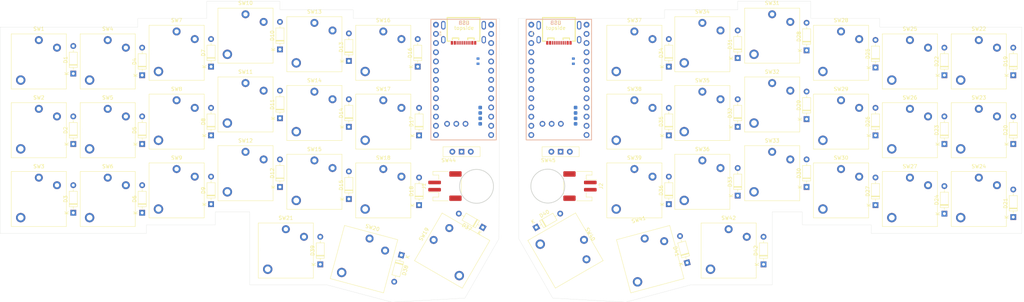
<source format=kicad_pcb>
(kicad_pcb (version 20241229) (generator "pcbnew") (generator_version "9.0")
  (layers (0 "F.Cu" signal) (2 "B.Cu" signal) (13 "F.Paste" user) (15 "B.Paste" user) (5 "F.SilkS" user "F.Silkscreen") (7 "B.SilkS" user "B.Silkscreen") (1 "F.Mask" user) (3 "B.Mask" user) (25 "Edge.Cuts" user))
  (net 0 "")
  (net 1 "L-ROW0")
  (net 2 "Net-(D1-A)")
  (net 3 "L-ROW1")
  (net 4 "Net-(D2-A)")
  (net 5 "L-ROW2")
  (net 6 "Net-(D3-A)")
  (net 7 "Net-(D4-A)")
  (net 8 "Net-(D5-A)")
  (net 9 "Net-(D6-A)")
  (net 10 "Net-(D7-A)")
  (net 11 "Net-(D8-A)")
  (net 12 "Net-(D9-A)")
  (net 13 "Net-(D10-A)")
  (net 14 "Net-(D11-A)")
  (net 15 "Net-(D12-A)")
  (net 16 "Net-(D13-A)")
  (net 17 "Net-(D14-A)")
  (net 18 "Net-(D15-A)")
  (net 19 "Net-(D16-A)")
  (net 20 "Net-(D17-A)")
  (net 21 "Net-(D18-A)")
  (net 22 "R-ROW0")
  (net 23 "Net-(D19-A)")
  (net 24 "Net-(D20-A)")
  (net 25 "R-ROW1")
  (net 26 "R-ROW2")
  (net 27 "Net-(D21-A)")
  (net 28 "Net-(D22-A)")
  (net 29 "Net-(D23-A)")
  (net 30 "Net-(D24-A)")
  (net 31 "Net-(D25-A)")
  (net 32 "Net-(D26-A)")
  (net 33 "Net-(D27-A)")
  (net 34 "Net-(D28-A)")
  (net 35 "Net-(D29-A)")
  (net 36 "Net-(D30-A)")
  (net 37 "Net-(D31-A)")
  (net 38 "Net-(D32-A)")
  (net 39 "Net-(D33-A)")
  (net 40 "Net-(D34-A)")
  (net 41 "Net-(D35-A)")
  (net 42 "Net-(D36-A)")
  (net 43 "Net-(D37-A)")
  (net 44 "Net-(D38-A)")
  (net 45 "Net-(D39-A)")
  (net 46 "Net-(D40-A)")
  (net 47 "Net-(D41-A)")
  (net 48 "Net-(D42-A)")
  (net 49 "L-COL0")
  (net 50 "L-COL1")
  (net 51 "L-COL2")
  (net 52 "L-COL3")
  (net 53 "L-COL4")
  (net 54 "L-COL5")
  (net 55 "R-COL0")
  (net 56 "R-COL1")
  (net 57 "R-COL2")
  (net 58 "R-COL3")
  (net 59 "R-COL4")
  (net 60 "R-COL5")
  (net 64 "Net-(SW44-B)")
  (net 66 "Net-(SW45-B)")
  (net 68 "LPOWER-GND")
  (net 69 "L-COL6")
  (net 70 "R-COL6")
  (net 88 "LPOWER-3.3V")
  (net 89 "RPOWER-GND")
  (net 90 "RPOWER-3.3V")
  (net 95 "LBATTERY_POSITIVE")
  (net 96 "RBATTERY_POSITIVE")
  (footprint "Switch_Keyboard_Kailh:SW_Kailh_Choc_V1V2_1.00u" (layer "F.Cu") (at 278.25 87.375)
    (property "Reference" "SW24" (at 0 -9 0) (layer "F.SilkS"))
    (property "Value" "SW_Push")
    (pad "" np_thru_hole circle (at -5.5 0) (size 1.9 1.9) (drill 1.9) (layers "*.Cu" "*.Mask"))
    (pad "" thru_hole circle (at -5 5.15) (size 2.6 2.6) (drill 1.6) (layers "*.Cu" "*.Mask"))
    (pad "" np_thru_hole circle (at 0 0) (size 5.05 5.05) (drill 5.05) (layers "*.Cu" "*.Mask"))
    (pad "" np_thru_hole circle (at 5.5 0) (size 1.9 1.9) (drill 1.9) (layers "*.Cu" "*.Mask"))
    (pad "1" thru_hole circle (at 0 -5.9) (size 2.2 2.2) (drill 1.2) (layers "*.Cu" "*.Mask") (net 27 "Net-(D21-A)"))
    (pad "2" thru_hole circle (at 5 -3.8) (size 2.2 2.2) (drill 1.2) (layers "*.Cu" "*.Mask") (net 55 "R-COL0"))
  )
  (footprint "Switch_Keyboard_Kailh:SW_Kailh_Choc_V1V2_1.00u" (layer "F.Cu") (at 38 68.375)
    (property "Reference" "SW5" (at 0 -9 0) (layer "F.SilkS"))
    (property "Value" "SW_Push")
    (pad "" np_thru_hole circle (at -5.5 0) (size 1.9 1.9) (drill 1.9) (layers "*.Cu" "*.Mask"))
    (pad "" thru_hole circle (at -5 5.15) (size 2.6 2.6) (drill 1.6) (layers "*.Cu" "*.Mask"))
    (pad "" np_thru_hole circle (at 0 0) (size 5.05 5.05) (drill 5.05) (layers "*.Cu" "*.Mask"))
    (pad "" np_thru_hole circle (at 5.5 0) (size 1.9 1.9) (drill 1.9) (layers "*.Cu" "*.Mask"))
    (pad "1" thru_hole circle (at 0 -5.9) (size 2.2 2.2) (drill 1.2) (layers "*.Cu" "*.Mask") (net 8 "Net-(D5-A)"))
    (pad "2" thru_hole circle (at 5 -3.8) (size 2.2 2.2) (drill 1.2) (layers "*.Cu" "*.Mask") (net 50 "L-COL1"))
  )
  (footprint "Switch_Keyboard_Kailh:SW_Kailh_Choc_V1V2_1.00u" (layer "F.Cu") (at 240.25 47)
    (property "Reference" "SW28" (at 0 -9 0) (layer "F.SilkS"))
    (property "Value" "SW_Push")
    (pad "" np_thru_hole circle (at -5.5 0) (size 1.9 1.9) (drill 1.9) (layers "*.Cu" "*.Mask"))
    (pad "" thru_hole circle (at -5 5.15) (size 2.6 2.6) (drill 1.6) (layers "*.Cu" "*.Mask"))
    (pad "" np_thru_hole circle (at 0 0) (size 5.05 5.05) (drill 5.05) (layers "*.Cu" "*.Mask"))
    (pad "" np_thru_hole circle (at 5.5 0) (size 1.9 1.9) (drill 1.9) (layers "*.Cu" "*.Mask"))
    (pad "1" thru_hole circle (at 0 -5.9) (size 2.2 2.2) (drill 1.2) (layers "*.Cu" "*.Mask") (net 31 "Net-(D25-A)"))
    (pad "2" thru_hole circle (at 5 -3.8) (size 2.2 2.2) (drill 1.2) (layers "*.Cu" "*.Mask") (net 57 "R-COL2"))
  )
  (footprint "Switch_Keyboard_Kailh:SW_Kailh_Choc_V1V2_1.00u" (layer "F.Cu") (at 95 82.625)
    (property "Reference" "SW15" (at 0 -9 0) (layer "F.SilkS"))
    (property "Value" "SW_Push")
    (pad "" np_thru_hole circle (at -5.5 0) (size 1.9 1.9) (drill 1.9) (layers "*.Cu" "*.Mask"))
    (pad "" thru_hole circle (at -5 5.15) (size 2.6 2.6) (drill 1.6) (layers "*.Cu" "*.Mask"))
    (pad "" np_thru_hole circle (at 0 0) (size 5.05 5.05) (drill 5.05) (layers "*.Cu" "*.Mask"))
    (pad "" np_thru_hole circle (at 5.5 0) (size 1.9 1.9) (drill 1.9) (layers "*.Cu" "*.Mask"))
    (pad "1" thru_hole circle (at 0 -5.9) (size 2.2 2.2) (drill 1.2) (layers "*.Cu" "*.Mask") (net 18 "Net-(D15-A)"))
    (pad "2" thru_hole circle (at 5 -3.8) (size 2.2 2.2) (drill 1.2) (layers "*.Cu" "*.Mask") (net 53 "L-COL4"))
  )
  (footprint "Switch_Keyboard_Kailh:SW_Kailh_Choc_V1V2_1.00u" (layer "F.Cu") (at 76 80.25)
    (property "Reference" "SW12" (at 0 -9 0) (layer "F.SilkS"))
    (property "Value" "SW_Push")
    (pad "" np_thru_hole circle (at -5.5 0) (size 1.9 1.9) (drill 1.9) (layers "*.Cu" "*.Mask"))
    (pad "" thru_hole circle (at -5 5.15) (size 2.6 2.6) (drill 1.6) (layers "*.Cu" "*.Mask"))
    (pad "" np_thru_hole circle (at 0 0) (size 5.05 5.05) (drill 5.05) (layers "*.Cu" "*.Mask"))
    (pad "" np_thru_hole circle (at 5.5 0) (size 1.9 1.9) (drill 1.9) (layers "*.Cu" "*.Mask"))
    (pad "1" thru_hole circle (at 0 -5.9) (size 2.2 2.2) (drill 1.2) (layers "*.Cu" "*.Mask") (net 15 "Net-(D12-A)"))
    (pad "2" thru_hole circle (at 5 -3.8) (size 2.2 2.2) (drill 1.2) (layers "*.Cu" "*.Mask") (net 52 "L-COL3"))
  )
  (footprint "libraries:SuperMini NRF52840" (layer "F.Cu") (at 154.81743 39.220531)
    (property "Reference" "U2" (hide yes))
    (property "Value" "nice_nano")
    (fp_text user "1" (at -0.136532 3.007018 0) (layer "F.SilkS") (effects (font (thickness 0.1)) (justify left bottom)))
    (fp_text user "topside" (at 6.75246 1.491609 0) (layer "F.SilkS") (effects (justify bottom)))
    (fp_text user "USB" (at 6.75246 0.091609 0) (layer "F.SilkS") (effects (justify bottom)))
    (fp_text user "USB" (at 6.75246 0.091609 0) (layer "B.SilkS") (effects (justify bottom mirror)))
    (fp_text user "1" (at 0.651269 3.005995 0) (layer "B.SilkS") (effects (font (thickness 0.1)) (justify left bottom mirror)))
    (pad "0" smd roundrect (at 12.2182 22.88763 90) (size 1 1) (layers "B.Cu" "B.Mask" "B.Paste"))
    (pad "0" smd roundrect (at 12.2182 24.38728 270) (size 1 1) (layers "B.Cu" "B.Mask" "B.Paste"))
    (pad "0" smd roundrect (at 12.2182 25.88651 270) (size 1 1) (layers "B.Cu" "B.Mask" "B.Paste"))
    (pad "0" smd roundrect (at 12.2182 27.38654 90) (size 1 1) (layers "B.Cu" "B.Mask" "B.Paste"))
    (pad "1" thru_hole circle (at 0 2.54 90) (size 1.6 1.6) (drill 0.9144) (layers "*.Cu" "*.Mask"))
    (pad "1" smd rect (at 11.6078 10.7958) (size 0.8 0.65) (layers "B.Cu" "B.Mask" "B.Paste"))
    (pad "2" thru_hole circle (at 0 5.08 90) (size 1.6 1.6) (drill 0.9144) (layers "*.Cu" "*.Mask"))
    (pad "2" smd rect (at 11.6078 9.3718) (size 0.8 0.65) (layers "B.Cu" "B.Mask" "B.Paste"))
    (pad "3" thru_hole circle (at 0 7.62 90) (size 1.6 1.6) (drill 0.9144) (layers "*.Cu" "*.Mask") (net 89 "RPOWER-GND"))
    (pad "4" thru_hole circle (at 0 10.16 90) (size 1.6 1.6) (drill 0.9144) (layers "*.Cu" "*.Mask") (net 89 "RPOWER-GND"))
    (pad "5" thru_hole circle (at 0 12.7 90) (size 1.6 1.6) (drill 0.9144) (layers "*.Cu" "*.Mask") (net 26 "R-ROW2"))
    (pad "6" thru_hole circle (at 0 15.24 90) (size 1.6 1.6) (drill 0.9144) (layers "*.Cu" "*.Mask") (net 55 "R-COL0"))
    (pad "7" thru_hole circle (at 0 17.78 90) (size 1.6 1.6) (drill 0.9144) (layers "*.Cu" "*.Mask") (net 56 "R-COL1"))
    (pad "8" thru_hole circle (at 0 20.32 90) (size 1.6 1.6) (drill 0.9144) (layers "*.Cu" "*.Mask") (net 57 "R-COL2"))
    (pad "9" thru_hole circle (at 0 22.86 90) (size 1.6 1.6) (drill 0.9144) (layers "*.Cu" "*.Mask") (net 58 "R-COL3"))
    (pad "10" thru_hole circle (at 0 25.4 90) (size 1.6 1.6) (drill 0.9144) (layers "*.Cu" "*.Mask") (net 59 "R-COL4"))
    (pad "11" thru_hole circle (at 0 27.94 90) (size 1.6 1.6) (drill 0.9144) (layers "*.Cu" "*.Mask") (net 60 "R-COL5"))
    (pad "12" thru_hole circle (at 0 30.48 90) (size 1.6 1.6) (drill 0.914) (layers "*.Cu" "*.Mask") (net 70 "R-COL6"))
    (pad "13" thru_hole circle (at 15.24001 2.53999 270) (size 1.6 1.6) (drill 0.9144) (layers "*.Cu" "*.Mask"))
    (pad "14" thru_hole circle (at 15.24001 5.07999 270) (size 1.6 1.6) (drill 0.9144) (layers "*.Cu" "*.Mask") (net 89 "RPOWER-GND"))
    (pad "15" thru_hole oval (at 13.2 0.15263 180) (size 1.2 2.4) (drill oval 0.64999 1.70002) (layers "*.Cu" "*.Mask"))
    (pad "15" thru_hole circle (at 15.24001 7.61999 270) (size 1.6 1.6) (drill 0.9144) (layers "*.Cu" "*.Mask"))
    (pad "16" thru_hole circle (at 15.24001 10.15999 270) (size 1.6 1.6) (drill 0.9144) (layers "*.Cu" "*.Mask") (net 90 "RPOWER-3.3V"))
    (pad "17" thru_hole circle (at 15.24001 12.69999 270) (size 1.6 1.6) (drill 0.9144) (layers "*.Cu" "*.Mask") (net 22 "R-ROW0"))
    (pad "18" thru_hole circle (at 15.24001 15.23999 270) (size 1.6 1.6) (drill 0.9144) (layers "*.Cu" "*.Mask") (net 25 "R-ROW1"))
    (pad "19" thru_hole circle (at 15.24001 17.77999 270) (size 1.6 1.6) (drill 0.9144) (layers "*.Cu" "*.Mask"))
    (pad "20" thru_hole circle (at 15.24001 20.31999 270) (size 1.6 1.6) (drill 0.9144) (layers "*.Cu" "*.Mask"))
    (pad "21" thru_hole circle (at 15.24001 22.85999 270) (size 1.6 1.6) (drill 0.9144) (layers "*.Cu" "*.Mask"))
    (pad "22" thru_hole circle (at 15.24001 25.39999 270) (size 1.6 1.6) (drill 0.9144) (layers "*.Cu" "*.Mask"))
    (pad "23" thru_hole circle (at 15.24001 27.93999 270) (size 1.6 1.6) (drill 0.9144) (layers "*.Cu" "*.Mask"))
    (pad "24" thru_hole circle (at 15.24001 30.47999 270) (size 1.6 1.6) (drill 0.9144) (layers "*.Cu" "*.Mask"))
    (pad "25" thru_hole circle (at 3.08 27.3852 270) (size 1.5748 1.5748) (drill 0.889) (layers "*.Cu" "*.Mask"))
    (pad "26" thru_hole circle (at 5.62 27.3852 270) (size 1.5748 1.5748) (drill 0.889) (layers "*.Cu" "*.Mask"))
    (pad "27" thru_hole circle (at 8.16 27.3852 270) (size 1.5748 1.5748) (drill 0.889) (layers "*.Cu" "*.Mask"))
    (pad "28" thru_hole circle (at 0 0 90) (size 1.6 1.6) (drill 0.762) (layers "*.Cu" "*.Mask") (net 89 "RPOWER-GND"))
    (pad "29" thru_hole circle (at 15.24001 -0.00001 270) (size 1.6 1.6) (drill 0.762) (layers "*.Cu" "*.Mask") (net 66 "Net-(SW45-B)"))
    (pad "30" thru_hole oval (at 2.04 4.15263 180) (size 1.2 2) (drill oval 0.64999 1.4) (layers "*.Cu" "*.Mask"))
    (pad "31" thru_hole oval (at 2.04 0.15263 180) (size 1.2 2.4) (drill oval 0.64999 1.70002) (layers "*.Cu" "*.Mask"))
    (pad "32" thru_hole oval (at 13.2 4.15263 180) (size 1.2 2) (drill oval 0.64999 1.4) (layers "*.Cu" "*.Mask"))
    (pad "A5" smd rect (at 8.87006 5.01757 180) (size 0.3 1) (layers "F.Cu" "F.Mask" "F.Paste"))
    (pad "A6" smd rect (at 7.87006 5.01757 180) (size 0.3 1) (layers "F.Cu" "F.Mask" "F.Paste"))
    (pad "A7" smd rect (at 7.36994 5.01757 180) (size 0.3 1) (layers "F.Cu" "F.Mask" "F.Paste"))
    (pad "A8" smd rect (at 6.36994 5.01757 180) (size 0.3 1) (layers "F.Cu" "F.Mask" "F.Paste"))
    (pad "A9B4" smd rect (at 5.20992 5.01757 180) (size 0.6 1) (layers "F.Cu" "F.Mask" "F.Paste"))
    (pad "A12B1" smd rect (at 4.41008 5.01757 180) (size 0.6 1) (layers "F.Cu" "F.Mask" "F.Paste"))
    (pad "B5" smd rect (at 5.87007 5.01757 180) (size 0.3 1) (layers "F.Cu" "F.Mask" "F.Paste"))
    (pad "B6" smd rect (at 6.87007 5.01757 180) (size 0.3 1) (layers "F.Cu" "F.Mask" "F.Paste"))
    (pad "B7" smd rect (at 8.36994 5.01757 180) (size 0.3 1) (layers "F.Cu" "F.Mask" "F.Paste"))
    (pad "B8" smd rect (at 9.36993 5.01757 180) (size 0.3 1) (layers "F.Cu" "F.Mask" "F.Paste"))
    (pad "B9A4" smd rect (at 10.03008 5.01757) (size 0.6 1) (layers "F.Cu" "F.Mask" "F.Paste"))
    (pad "B12A1" smd rect (at 10.82993 5.01757) (size 0.6 1) (layers "F.Cu" "F.Mask" "F.Paste"))
  )
  (footprint "Diode_THT:D_DO-35_SOD27_P7.62mm_Horizontal" (layer "F.Cu") (at 28.5 91.185 90)
    (property "Reference" "D3" (at 3.81 -2.12 90) (layer "F.SilkS"))
    (property "Value" "D_Small")
    (fp_text user "K" (at 0 -1.8 90) (layer "F.SilkS"))
    (pad "1" thru_hole rect (at 0 0 90) (size 1.6 1.6) (drill 0.8) (layers "*.Cu" "*.Mask") (net 5 "L-ROW2"))
    (pad "2" thru_hole oval (at 7.62 0 90) (size 1.6 1.6) (drill 0.8) (layers "*.Cu" "*.Mask") (net 6 "Net-(D3-A)"))
  )
  (footprint "Diode_THT:D_DO-35_SOD27_P7.62mm_Horizontal" (layer "F.Cu") (at 192.75 88.81 90)
    (property "Reference" "D36" (at 3.81 -2.12 90) (layer "F.SilkS"))
    (property "Value" "D_Small")
    (fp_text user "K" (at 0 -1.8 90) (layer "F.SilkS"))
    (pad "1" thru_hole rect (at 0 0 90) (size 1.6 1.6) (drill 0.8) (layers "*.Cu" "*.Mask") (net 26 "R-ROW2"))
    (pad "2" thru_hole oval (at 7.62 0 90) (size 1.6 1.6) (drill 0.8) (layers "*.Cu" "*.Mask") (net 42 "Net-(D36-A)"))
  )
  (footprint "Diode_THT:D_DO-35_SOD27_P7.62mm_Horizontal" (layer "F.Cu") (at 96.625 105.435 90)
    (property "Reference" "D39" (at 3.81 -2.12 90) (layer "F.SilkS"))
    (property "Value" "D_Small")
    (fp_text user "K" (at 0 -1.8 90) (layer "F.SilkS"))
    (pad "1" thru_hole rect (at 0 0 90) (size 1.6 1.6) (drill 0.8) (layers "*.Cu" "*.Mask") (net 5 "L-ROW2"))
    (pad "2" thru_hole oval (at 7.62 0 90) (size 1.6 1.6) (drill 0.8) (layers "*.Cu" "*.Mask") (net 45 "Net-(D39-A)"))
  )
  (footprint "Diode_THT:D_DO-35_SOD27_P7.62mm_Horizontal" (layer "F.Cu") (at 141.424557 95.2175 150)
    (property "Reference" "D37" (at 3.81 -2.12 150) (layer "F.SilkS"))
    (property "Value" "D_Small")
    (fp_text user "K" (at 0 -1.799999 150) (layer "F.SilkS"))
    (pad "1" thru_hole rect (at 0 0 150) (size 1.6 1.6) (drill 0.8) (layers "*.Cu" "*.Mask") (net 1 "L-ROW0"))
    (pad "2" thru_hole oval (at 7.62 0 150) (size 1.6 1.6) (drill 0.8) (layers "*.Cu" "*.Mask") (net 43 "Net-(D37-A)"))
  )
  (footprint "Diode_THT:D_DO-35_SOD27_P7.62mm_Horizontal" (layer "F.Cu") (at 230.75 46.3075 90)
    (property "Reference" "D28" (at 3.81 -2.12 90) (layer "F.SilkS"))
    (property "Value" "D_Small")
    (fp_text user "K" (at 0 -1.8 90) (layer "F.SilkS"))
    (pad "1" thru_hole rect (at 0 0 90) (size 1.6 1.6) (drill 0.8) (layers "*.Cu" "*.Mask") (net 22 "R-ROW0"))
    (pad "2" thru_hole oval (at 7.62 0 90) (size 1.6 1.6) (drill 0.8) (layers "*.Cu" "*.Mask") (net 34 "Net-(D28-A)"))
  )
  (footprint "Diode_THT:D_DO-35_SOD27_P7.62mm_Horizontal" (layer "F.Cu") (at 118.986101 102.869823 -105)
    (property "Reference" "D38" (at 3.81 -2.12 75) (layer "F.SilkS"))
    (property "Value" "D_Small")
    (fp_text user "K" (at 0 -1.799999 75) (layer "F.SilkS"))
    (pad "1" thru_hole rect (at 0 0 255) (size 1.6 1.6) (drill 0.8) (layers "*.Cu" "*.Mask") (net 3 "L-ROW1"))
    (pad "2" thru_hole oval (at 7.62 0 255) (size 1.6 1.6) (drill 0.8) (layers "*.Cu" "*.Mask") (net 44 "Net-(D38-A)"))
  )
  (footprint "Diode_THT:D_DO-35_SOD27_P7.62mm_Horizontal" (layer "F.Cu") (at 123.5 50.81 90)
    (property "Reference" "D16" (at 3.81 -2.12 90) (layer "F.SilkS"))
    (property "Value" "D_Small")
    (fp_text user "K" (at 0 -1.8 90) (layer "F.SilkS"))
    (pad "1" thru_hole rect (at 0 0 90) (size 1.6 1.6) (drill 0.8) (layers "*.Cu" "*.Mask") (net 1 "L-ROW0"))
    (pad "2" thru_hole oval (at 7.62 0 90) (size 1.6 1.6) (drill 0.8) (layers "*.Cu" "*.Mask") (net 19 "Net-(D16-A)"))
  )
  (footprint "Diode_THT:D_DO-35_SOD27_P7.62mm_Horizontal" (layer "F.Cu") (at 249.75 89.0575 90)
    (property "Reference" "D27" (at 3.81 -2.12 90) (layer "F.SilkS"))
    (property "Value" "D_Small")
    (fp_text user "K" (at 0 -1.8 90) (layer "F.SilkS"))
    (pad "1" thru_hole rect (at 0 0 90) (size 1.6 1.6) (drill 0.8) (layers "*.Cu" "*.Mask") (net 26 "R-ROW2"))
    (pad "2" thru_hole oval (at 7.62 0 90) (size 1.6 1.6) (drill 0.8) (layers "*.Cu" "*.Mask") (net 33 "Net-(D27-A)"))
  )
  (footprint "Diode_THT:D_DO-35_SOD27_P7.62mm_Horizontal" (layer "F.Cu") (at 47.5 91.185 90)
    (property "Reference" "D6" (at 3.81 -2.12 90) (layer "F.SilkS"))
    (property "Value" "D_Small")
    (fp_text user "K" (at 0 -1.8 90) (layer "F.SilkS"))
    (pad "1" thru_hole rect (at 0 0 90) (size 1.6 1.6) (drill 0.8) (layers "*.Cu" "*.Mask") (net 5 "L-ROW2"))
    (pad "2" thru_hole oval (at 7.62 0 90) (size 1.6 1.6) (drill 0.8) (layers "*.Cu" "*.Mask") (net 9 "Net-(D6-A)"))
  )
  (footprint "Diode_THT:D_DO-35_SOD27_P7.62mm_Horizontal" (layer "F.Cu") (at 287.75 53.185 90)
    (property "Reference" "D19" (at 3.81 -2.12 90) (layer "F.SilkS"))
    (property "Value" "D_Small")
    (fp_text user "K" (at 0 -1.8 90) (layer "F.SilkS"))
    (pad "1" thru_hole rect (at 0 0 90) (size 1.6 1.6) (drill 0.8) (layers "*.Cu" "*.Mask") (net 22 "R-ROW0"))
    (pad "2" thru_hole oval (at 7.62 0 90) (size 1.6 1.6) (drill 0.8) (layers "*.Cu" "*.Mask") (net 23 "Net-(D19-A)"))
  )
  (footprint "Diode_THT:D_DO-35_SOD27_P7.62mm_Horizontal" (layer "F.Cu") (at 85.5 46.06 90)
    (property "Reference" "D10" (at 3.81 -2.12 90) (layer "F.SilkS"))
    (property "Value" "D_Small")
    (fp_text user "K" (at 0 -1.8 90) (layer "F.SilkS"))
    (pad "1" thru_hole rect (at 0 0 90) (size 1.6 1.6) (drill 0.8) (layers "*.Cu" "*.Mask") (net 1 "L-ROW0"))
    (pad "2" thru_hole oval (at 7.62 0 90) (size 1.6 1.6) (drill 0.8) (layers "*.Cu" "*.Mask") (net 13 "Net-(D10-A)"))
  )
  (footprint "Diode_THT:D_DO-35_SOD27_P7.62mm_Horizontal" (layer "F.Cu") (at 28.5 52.7325 90)
    (property "Reference" "D1" (at 3.81 -2.12 90) (layer "F.SilkS"))
    (property "Value" "D_Small")
    (fp_text user "K" (at 0 -1.8 90) (layer "F.SilkS"))
    (pad "1" thru_hole rect (at 0 0 90) (size 1.6 1.6) (drill 0.8) (layers "*.Cu" "*.Mask") (net 1 "L-ROW0"))
    (pad "2" thru_hole oval (at 7.62 0 90) (size 1.6 1.6) (drill 0.8) (layers "*.Cu" "*.Mask") (net 2 "Net-(D1-A)"))
  )
  (footprint "Diode_THT:D_DO-35_SOD27_P7.62mm_Horizontal" (layer "F.Cu") (at 287.75 92.3725 90)
    (property "Reference" "D21" (at 3.81 -2.12 90) (layer "F.SilkS"))
    (property "Value" "D_Small")
    (fp_text user "K" (at 0 -1.8 90) (layer "F.SilkS"))
    (pad "1" thru_hole rect (at 0 0 90) (size 1.6 1.6) (drill 0.8) (layers "*.Cu" "*.Mask") (net 26 "R-ROW2"))
    (pad "2" thru_hole oval (at 7.62 0 90) (size 1.6 1.6) (drill 0.8) (layers "*.Cu" "*.Mask") (net 27 "Net-(D21-A)"))
  )
  (footprint "Diode_THT:D_DO-35_SOD27_P7.62mm_Horizontal" (layer "F.Cu") (at 249.75 69.81 90)
    (property "Reference" "D26" (at 3.81 -2.12 90) (layer "F.SilkS"))
    (property "Value" "D_Small")
    (fp_text user "K" (at 0 -1.8 90) (layer "F.SilkS"))
    (pad "1" thru_hole rect (at 0 0 90) (size 1.6 1.6) (drill 0.8) (layers "*.Cu" "*.Mask") (net 25 "R-ROW1"))
    (pad "2" thru_hole oval (at 7.62 0 90) (size 1.6 1.6) (drill 0.8) (layers "*.Cu" "*.Mask") (net 32 "Net-(D26-A)"))
  )
  (footprint "Switch_Keyboard_Kailh:SW_Kailh_Choc_V1V2_1.00u" (layer "F.Cu") (at 202 44.625)
    (property "Reference" "SW34" (at 0 -9 0) (layer "F.SilkS"))
    (property "Value" "SW_Push")
    (pad "" np_thru_hole circle (at -5.5 0) (size 1.9 1.9) (drill 1.9) (layers "*.Cu" "*.Mask"))
    (pad "" thru_hole circle (at -5 5.15) (size 2.6 2.6) (drill 1.6) (layers "*.Cu" "*.Mask"))
    (pad "" np_thru_hole circle (at 0 0) (size 5.05 5.05) (drill 5.05) (layers "*.Cu" "*.Mask"))
    (pad "" np_thru_hole circle (at 5.5 0) (size 1.9 1.9) (drill 1.9) (layers "*.Cu" "*.Mask"))
    (pad "1" thru_hole circle (at 0 -5.9) (size 2.2 2.2) (drill 1.2) (layers "*.Cu" "*.Mask") (net 37 "Net-(D31-A)"))
    (pad "2" thru_hole circle (at 5 -3.8) (size 2.2 2.2) (drill 1.2) (layers "*.Cu" "*.Mask") (net 59 "R-COL4"))
  )
  (footprint "Diode_THT:D_DO-35_SOD27_P7.62mm_Horizontal" (layer "F.Cu") (at 66.5 50.81 90)
    (property "Reference" "D7" (at 3.81 -2.12 90) (layer "F.SilkS"))
    (property "Value" "D_Small")
    (fp_text user "K" (at 0 -1.8 90) (layer "F.SilkS"))
    (pad "1" thru_hole rect (at 0 0 90) (size 1.6 1.6) (drill 0.8) (layers "*.Cu" "*.Mask") (net 1 "L-ROW0"))
    (pad "2" thru_hole oval (at 7.62 0 90) (size 1.6 1.6) (drill 0.8) (layers "*.Cu" "*.Mask") (net 10 "Net-(D7-A)"))
  )
  (footprint "Switch_Keyboard_Kailh:SW_Kailh_Choc_V1V2_1.00u" (layer "F.Cu") (at 108.687408 104 -15)
    (property "Reference" "SW20" (at 0 -8.999999 165) (layer "F.SilkS"))
    (property "Value" "SW_Push")
    (pad "" np_thru_hole circle (at -5.5 0 345) (size 1.9 1.9) (drill 1.9) (layers "*.Cu" "*.Mask"))
    (pad "" thru_hole circle (at -5 5.15 345) (size 2.6 2.6) (drill 1.6) (layers "*.Cu" "*.Mask"))
    (pad "" np_thru_hole circle (at 0 0 345) (size 5.05 5.05) (drill 5.05) (layers "*.Cu" "*.Mask"))
    (pad "" np_thru_hole circle (at 5.5 0 345) (size 1.9 1.9) (drill 1.9) (layers "*.Cu" "*.Mask"))
    (pad "1" thru_hole circle (at 0 -5.9 345) (size 2.2 2.2) (drill 1.2) (layers "*.Cu" "*.Mask") (net 44 "Net-(D38-A)"))
    (pad "2" thru_hole circle (at 5 -3.8 345) (size 2.2 2.2) (drill 1.2) (layers "*.Cu" "*.Mask") (net 69 "L-COL6"))
  )
  (footprint "Diode_THT:D_DO-35_SOD27_P7.62mm_Horizontal" (layer "F.Cu") (at 47.5 72.185 90)
    (property "Reference" "D5" (at 3.81 -2.12 90) (layer "F.SilkS"))
    (property "Value" "D_Small")
    (fp_text user "K" (at 0 -1.8 90) (layer "F.SilkS"))
    (pad "1" thru_hole rect (at 0 0 90) (size 1.6 1.6) (drill 0.8) (layers "*.Cu" "*.Mask") (net 3 "L-ROW1"))
    (pad "2" thru_hole oval (at 7.62 0 90) (size 1.6 1.6) (drill 0.8) (layers "*.Cu" "*.Mask") (net 8 "Net-(D5-A)"))
  )
  (footprint "Diode_THT:D_DO-35_SOD27_P7.62mm_Horizontal" (layer "F.Cu") (at 211.75 67.435 90)
    (property "Reference" "D32" (at 3.81 -2.12 90) (layer "F.SilkS"))
    (property "Value" "D_Small")
    (fp_text user "K" (at 0 -1.8 90) (layer "F.SilkS"))
    (pad "1" thru_hole rect (at 0 0 90) (size 1.6 1.6) (drill 0.8) (layers "*.Cu" "*.Mask") (net 25 "R-ROW1"))
    (pad "2" thru_hole oval (at 7.62 0 90) (size 1.6 1.6) (drill 0.8) (layers "*.Cu" "*.Mask") (net 38 "Net-(D32-A)"))
  )
  (footprint "Diode_THT:D_DO-35_SOD27_P7.62mm_Horizontal" (layer "F.Cu") (at 268.75 53.185 90)
    (property "Reference" "D22" (at 3.81 -2.12 90) (layer "F.SilkS"))
    (property "Value" "D_Small")
    (fp_text user "K" (at 0 -1.8 90) (layer "F.SilkS"))
    (pad "1" thru_hole rect (at 0 0 90) (size 1.6 1.6) (drill 0.8) (layers "*.Cu" "*.Mask") (net 22 "R-ROW0"))
    (pad "2" thru_hole oval (at 7.62 0 90) (size 1.6 1.6) (drill 0.8) (layers "*.Cu" "*.Mask") (net 28 "Net-(D22-A)"))
  )
  (footprint "Diode_THT:D_DO-35_SOD27_P7.62mm_Horizontal" (layer "F.Cu") (at 218.875 105.435 90)
    (property "Reference" "D42" (at 3.81 -2.12 90) (layer "F.SilkS"))
    (property "Value" "D_Small")
    (fp_text user "K" (at 0 -1.8 90) (layer "F.SilkS"))
    (pad "1" thru_hole rect (at 0 0 90) (size 1.6 1.6) (drill 0.8) (layers "*.Cu" "*.Mask") (net 26 "R-ROW2"))
    (pad "2" thru_hole oval (at 7.62 0 90) (size 1.6 1.6) (drill 0.8) (layers "*.Cu" "*.Mask") (net 48 "Net-(D42-A)"))
  )
  (footprint "Switch_Keyboard_Kailh:SW_Kailh_Choc_V1V2_1.00u" (layer "F.Cu") (at 57 47)
    (property "Reference" "SW7" (at 0 -9 0) (layer "F.SilkS"))
    (property "Value" "SW_Push")
    (pad "" np_thru_hole circle (at -5.5 0) (size 1.9 1.9) (drill 1.9) (layers "*.Cu" "*.Mask"))
    (pad "" thru_hole circle (at -5 5.15) (size 2.6 2.6) (drill 1.6) (layers "*.Cu" "*.Mask"))
    (pad "" np_thru_hole circle (at 0 0) (size 5.05 5.05) (drill 5.05) (layers "*.Cu" "*.Mask"))
    (pad "" np_thru_hole circle (at 5.5 0) (size 1.9 1.9) (drill 1.9) (layers "*.Cu" "*.Mask"))
    (pad "1" thru_hole circle (at 0 -5.9) (size 2.2 2.2) (drill 1.2) (layers "*.Cu" "*.Mask") (net 10 "Net-(D7-A)"))
    (pad "2" thru_hole circle (at 5 -3.8) (size 2.2 2.2) (drill 1.2) (layers "*.Cu" "*.Mask") (net 51 "L-COL2"))
  )
  (footprint "Diode_THT:D_DO-35_SOD27_P7.62mm_Horizontal" (layer "F.Cu") (at 230.75 65.3075 90)
    (property "Reference" "D29" (at 3.81 -2.12 90) (layer "F.SilkS"))
    (property "Value" "D_Small")
    (fp_text user "K" (at 0 -1.8 90) (layer "F.SilkS"))
    (pad "1" thru_hole rect (at 0 0 90) (size 1.6 1.6) (drill 0.8) (layers "*.Cu" "*.Mask") (net 25 "R-ROW1"))
    (pad "2" thru_hole oval (at 7.62 0 90) (size 1.6 1.6) (drill 0.8) (layers "*.Cu" "*.Mask") (net 35 "Net-(D29-A)"))
  )
  (footprint "Diode_THT:D_DO-35_SOD27_P7.62mm_Horizontal" (layer "F.Cu") (at 197.816101 104.980177 105)
    (property "Reference" "D41" (at 3.81 -2.12 105) (layer "F.SilkS"))
    (property "Value" "D_Small")
    (fp_text user "K" (at 0 -1.799999 105) (layer "F.SilkS"))
    (pad "1" thru_hole rect (at 0 0 105) (size 1.6 1.6) (drill 0.8) (layers "*.Cu" "*.Mask") (net 25 "R-ROW1"))
    (pad "2" thru_hole oval (at 7.62 0 105) (size 1.6 1.6) (drill 0.8) (layers "*.Cu" "*.Mask") (net 47 "Net-(D41-A)"))
  )
  (footprint "libraries:SuperMini NRF52840" (layer "F.Cu") (at 128.5172 39.220531)
    (property "Reference" "U1" (hide yes))
    (property "Value" "nice_nano")
    (fp_text user "USB" (at 7.75246 0.091609 0) (layer "F.SilkS") (effects (justify bottom)))
    (fp_text user "topside" (at 7.75246 1.491609 0) (layer "F.SilkS") (effects (justify bottom)))
    (fp_text user "1" (at 0.863468 3.007018 0) (layer "F.SilkS") (effects (font (thickness 0.1)) (justify left bottom)))
    (fp_text user "1" (at 1.651269 3.005995 0) (layer "B.SilkS") (effects (font (thickness 0.1)) (justify left bottom mirror)))
    (fp_text user "USB" (at 7.75246 0.091609 0) (layer "B.SilkS") (effects (justify bottom mirror)))
    (pad "0" smd roundrect (at 12.2182 22.88763 90) (size 1 1) (layers "B.Cu" "B.Mask" "B.Paste"))
    (pad "0" smd roundrect (at 12.2182 24.38728 270) (size 1 1) (layers "B.Cu" "B.Mask" "B.Paste"))
    (pad "0" smd roundrect (at 12.2182 25.88651 270) (size 1 1) (layers "B.Cu" "B.Mask" "B.Paste"))
    (pad "0" smd roundrect (at 12.2182 27.38654 90) (size 1 1) (layers "B.Cu" "B.Mask" "B.Paste"))
    (pad "1" thru_hole circle (at 0 2.54 90) (size 1.6 1.6) (drill 0.9144) (layers "*.Cu" "*.Mask"))
    (pad "1" smd rect (at 11.6078 10.7958) (size 0.8 0.65) (layers "B.Cu" "B.Mask" "B.Paste"))
    (pad "2" thru_hole circle (at 0 5.08 90) (size 1.6 1.6) (drill 0.9144) (layers "*.Cu" "*.Mask"))
    (pad "2" smd rect (at 11.6078 9.3718) (size 0.8 0.65) (layers "B.Cu" "B.Mask" "B.Paste"))
    (pad "3" thru_hole circle (at 0 7.62 90) (size 1.6 1.6) (drill 0.9144) (layers "*.Cu" "*.Mask") (net 68 "LPOWER-GND"))
    (pad "4" thru_hole circle (at 0 10.16 90) (size 1.6 1.6) (drill 0.9144) (layers "*.Cu" "*.Mask") (net 68 "LPOWER-GND"))
    (pad "5" thru_hole circle (at 0 12.7 90) (size 1.6 1.6) (drill 0.9144) (layers "*.Cu" "*.Mask") (net 5 "L-ROW2"))
    (pad "6" thru_hole circle (at 0 15.24 90) (size 1.6 1.6) (drill 0.9144) (layers "*.Cu" "*.Mask") (net 49 "L-COL0"))
    (pad "7" thru_hole circle (at 0 17.78 90) (size 1.6 1.6) (drill 0.9144) (layers "*.Cu" "*.Mask") (net 50 "L-COL1"))
    (pad "8" thru_hole circle (at 0 20.32 90) (size 1.6 1.6) (drill 0.9144) (layers "*.Cu" "*.Mask") (net 51 "L-COL2"))
    (pad "9" thru_hole circle (at 0 22.86 90) (size 1.6 1.6) (drill 0.9144) (layers "*.Cu" "*.Mask") (net 52 "L-COL3"))
    (pad "10" thru_hole circle (at 0 25.4 90) (size 1.6 1.6) (drill 0.9144) (layers "*.Cu" "*.Mask") (net 53 "L-COL4"))
    (pad "11" thru_hole circle (at 0 27.94 90) (size 1.6 1.6) (drill 0.9144) (layers "*.Cu" "*.Mask") (net 54 "L-COL5"))
    (pad "12" thru_hole circle (at 0 30.48 90) (size 1.6 1.6) (drill 0.914) (layers "*.Cu" "*.Mask") (net 69 "L-COL6"))
    (pad "13" thru_hole circle (at 15.24001 2.53999 270) (size 1.6 1.6) (drill 0.9144) (layers "*.Cu" "*.Mask"))
    (pad "14" thru_hole circle (at 15.24001 5.07999 270) (size 1.6 1.6) (drill 0.9144) (layers "*.Cu" "*.Mask") (net 68 "LPOWER-GND"))
    (pad "15" thru_hole oval (at 13.2 0.15263 180) (size 1.2 2.4) (drill oval 0.64999 1.70002) (layers "*.Cu" "*.Mask"))
    (pad "15" thru_hole circle (at 15.24001 7.61999 270) (size 1.6 1.6) (drill 0.9144) (layers "*.Cu" "*.Mask"))
    (pad "16" thru_hole circle (at 15.24001 10.15999 270) (size 1.6 1.6) (drill 0.9144) (layers "*.Cu" "*.Mask") (net 88 "LPOWER-3.3V"))
    (pad "17" thru_hole circle (at 15.24001 12.69999 270) (size 1.6 1.6) (drill 0.9144) (layers "*.Cu" "*.Mask") (net 1 "L-ROW0"))
    (pad "18" thru_hole circle (at 15.24001 15.23999 270) (size 1.6 1.6) (drill 0.9144) (layers "*.Cu" "*.Mask") (net 3 "L-ROW1"))
    (pad "19" thru_hole circle (at 15.24001 17.77999 270) (size 1.6 1.6) (drill 0.9144) (layers "*.Cu" "*.Mask"))
    (pad "20" thru_hole circle (at 15.24001 20.31999 270) (size 1.6 1.6) (drill 0.9144) (layers "*.Cu" "*.Mask"))
    (pad "21" thru_hole circle (at 15.24001 22.85999 270) (size 1.6 1.6) (drill 0.9144) (layers "*.Cu" "*.Mask"))
    (pad "22" thru_hole circle (at 15.24001 25.39999 270) (size 1.6 1.6) (drill 0.9144) (layers "*.Cu" "*.Mask"))
    (pad "23" thru_hole circle (at 15.24001 27.93999 270) (size 1.6 1.6) (drill 0.9144) (layers "*.Cu" "*.Mask"))
    (pad "24" thru_hole circle (at 15.24001 30.47999 270) (size 1.6 1.6) (drill 0.9144) (layers "*.Cu" "*.Mask"))
    (pad "25" thru_hole circle (at 3.08 27.3852 270) (size 1.5748 1.5748) (drill 0.889) (layers "*.Cu" "*.Mask"))
    (pad "26" thru_hole circle (at 5.62 27.3852 270) (size 1.5748 1.5748) (drill 0.889) (layers "*.Cu" "*.Mask"))
    (pad "27" thru_hole circle (at 8.16 27.3852 270) (size 1.5748 1.5748) (drill 0.889) (layers "*.Cu" "*.Mask"))
    (pad "28" thru_hole circle (at 0 0 90) (size 1.6 1.6) (drill 0.762) (layers "*.Cu" "*.Mask") (net 68 "LPOWER-GND"))
    (pad "29" thru_hole circle (at 15.24001 -0.00001 270) (size 1.6 1.6) (drill 0.762) (layers "*.Cu" "*.Mask") (net 64 "Net-(SW44-B)"))
    (pad "30" thru_hole oval (at 2.04 4.15263 180) (size 1.2 2) (drill oval 0.64999 1.4) (layers "*.Cu" "*.Mask"))
    (pad "31" thru_hole oval (at 2.04 0.15263 180) (size 1.2 2.4) (drill oval 0.64999 1.70002) (layers "*.Cu" "*.Mask"))
    (pad "32" thru_hole oval (at 13.2 4.15263 180) (size 1.2 2) (drill oval 0.64999 1.4) (layers "*.Cu" "*.Mask"))
    (pad "A5" smd rect (at 8.87006 5.01757 180) (size 0.3 1) (layers "F.Cu" "F.Mask" "F.Paste"))
    (pad "A6" smd rect (at 7.87006 5.01757 180) (size 0.3 1) (layers "F.Cu" "F.Mask" "F.Paste"))
    (pad "A7" smd rect (at 7.36994 5.01757 180) (size 0.3 1) (layers "F.Cu" "F.Mask" "F.Paste"))
    (pad "A8" smd rect (at 6.36994 5.01757 180) (size 0.3 1) (layers "F.Cu" "F.Mask" "F.Paste"))
    (pad "A9B4" smd rect (at 5.20992 5.01757 180) (size 0.6 1) (layers "F.Cu" "F.Mask" "F.Paste"))
    (pad "A12B1" smd rect (at 4.41008 5.01757 180) (size 0.6 1) (layers "F.Cu" "F.Mask" "F.Paste"))
    (pad "B5" smd rect (at 5.87007 5.01757 180) (size 0.3 1) (layers "F.Cu" "F.Mask" "F.Paste"))
    (pad "B6" smd rect (at 6.87007 5.01757 180) (size 0.3 1) (layers "F.Cu" "F.Mask" "F.Paste"))
    (pad "B7" smd rect (at 8.36994 5.01757 180) (size 0.3 1) (layers "F.Cu" "F.Mask" "F.Paste"))
    (pad "B8" smd rect (at 9.36993 5.01757 180) (size 0.3 1) (layers "F.Cu" "F.Mask" "F.Paste"))
    (pad "B9A4" smd rect (at 10.03008 5.01757) (size 0.6 1) (layers "F.Cu" "F.Mask" "F.Paste"))
    (pad "B12A1" smd rect (at 10.82993 5.01757) (size 0.6 1) (layers "F.Cu" "F.Mask" "F.Paste"))
  )
  (footprint "Switch_Keyboard_Kailh:SW_Kailh_Choc_V1V2_1.00u" (layer "F.Cu") (at 221.25 61.25)
    (property "Reference" "SW32" (at 0 -9 0) (layer "F.SilkS"))
    (property "Value" "SW_Push")
    (pad "" np_thru_hole circle (at -5.5 0) (size 1.9 1.9) (drill 1.9) (layers "*.Cu" "*.Mask"))
    (pad "" thru_hole circle (at -5 5.15) (size 2.6 2.6) (drill 1.6) (layers "*.Cu" "*.Mask"))
    (pad "" np_thru_hole circle (at 0 0) (size 5.05 5.05) (drill 5.05) (layers "*.Cu" "*.Mask"))
    (pad "" np_thru_hole circle (at 5.5 0) (size 1.9 1.9) (drill 1.9) (layers "*.Cu" "*.Mask"))
    (pad "1" thru_hole circle (at 0 -5.9) (size 2.2 2.2) (drill 1.2) (layers "*.Cu" "*.Mask") (net 35 "Net-(D29-A)"))
    (pad "2" thru_hole circle (at 5 -3.8) (size 2.2 2.2) (drill 1.2) (layers "*.Cu" "*.Mask") (net 58 "R-COL3"))
  )
  (footprint "Connector_JST:JST_PH_S2B-PH-SM4-TB_1x02-1MP_P2.00mm_Horizontal" (layer "F.Cu") (at 168.25 83.8125 -90)
    (property "Reference" "J2" (at 0 -5.8 90) (layer "F.SilkS"))
    (property "Value" "JST BATTERY")
    (pad "1" smd roundrect (at -1 -2.85 270) (size 1 3.5) (layers "F.Cu" "F.Mask" "F.Paste") (net 96 "RBATTERY_POSITIVE"))
    (pad "2" smd roundrect (at 1 -2.85 270) (size 1 3.5) (layers "F.Cu" "F.Mask" "F.Paste") (net 89 "RPOWER-GND"))
    (pad "MP" smd roundrect (at -3.35 2.9 270) (size 1.5 3.4) (layers "F.Cu" "F.Mask" "F.Paste") (roundrect_rratio 0.166667))
    (pad "MP" smd roundrect (at 3.35 2.9 270) (size 1.5 3.4) (layers "F.Cu" "F.Mask" "F.Paste") (roundrect_rratio 0.166667))
  )
  (footprint "Switch_Keyboard_Kailh:SW_Kailh_Choc_V1V2_1.00u" (layer "F.Cu") (at 187.625 104 15)
    (property "Reference" "SW41" (at -0.25 -11.375 15) (layer "F.SilkS"))
    (property "Value" "SW_Push")
    (pad "" np_thru_hole circle (at -5.5 0 15) (size 1.9 1.9) (drill 1.9) (layers "*.Cu" "*.Mask"))
    (pad "" thru_hole circle (at -5 5.15 15) (size 2.6 2.6) (drill 1.6) (layers "*.Cu" "*.Mask"))
    (pad "" np_thru_hole circle (at 0 0 15) (size 5.05 5.05) (drill 5.05) (layers "*.Cu" "*.Mask"))
    (pad "" np_thru_hole circle (at 5.5 0 15) (size 1.9 1.9) (drill 1.9) (layers "*.Cu" "*.Mask"))
    (pad "1" thru_hole circle (at 0 -5.9 15) (size 2.2 2.2) (drill 1.2) (layers "*.Cu" "*.Mask") (net 47 "Net-(D41-A)"))
    (pad "2" thru_hole circle (at 5 -3.8 15) (size 2.2 2.2) (drill 1.2) (layers "*.Cu" "*.Mask") (net 70 "R-COL6"))
  )
  (footprint "Diode_THT:D_DO-35_SOD27_P7.62mm_Horizontal" (layer "F.Cu") (at 287.75 72.185 90)
    (property "Reference" "D20" (at 3.81 -2.12 90) (layer "F.SilkS"))
    (property "Value" "D_Small")
    (fp_text user "K" (at 0 -1.8 90) (layer "F.SilkS"))
    (pad "1" thru_hole rect (at 0 0 90) (size 1.6 1.6) (drill 0.8) (layers "*.Cu" "*.Mask") (net 25 "R-ROW1"))
    (pad "2" thru_hole oval (at 7.62 0 90) (size 1.6 1.6) (drill 0.8) (layers "*.Cu" "*.Mask") (net 24 "Net-(D20-A)"))
  )
  (footprint "Switch_Keyboard_Kailh:SW_Kailh_Choc_V1V2_1.00u" (layer "F.Cu") (at 202 63.625)
    (property "Reference" "SW35" (at 0 -9 0) (layer "F.SilkS"))
    (property "Value" "SW_Push")
    (pad "" np_thru_hole circle (at -5.5 0) (size 1.9 1.9) (drill 1.9) (layers "*.Cu" "*.Mask"))
    (pad "" thru_hole circle (at -5 5.15) (size 2.6 2.6) (drill 1.6) (layers "*.Cu" "*.Mask"))
    (pad "" np_thru_hole circle (at 0 0) (size 5.05 5.05) (drill 5.05) (layers "*.Cu" "*.Mask"))
    (pad "" np_thru_hole circle (at 5.5 0) (size 1.9 1.9) (drill 1.9) (layers "*.Cu" "*.Mask"))
    (pad "1" thru_hole circle (at 0 -5.9) (size 2.2 2.2) (drill 1.2) (layers "*.Cu" "*.Mask") (net 38 "Net-(D32-A)"))
    (pad "2" thru_hole circle (at 5 -3.8) (size 2.2 2.2) (drill 1.2) (layers "*.Cu" "*.Mask") (net 59 "R-COL4"))
  )
  (footprint "Switch_Keyboard_Kailh:SW_Kailh_Choc_V1V2_1.00u" (layer "F.Cu") (at 76 61.25)
    (property "Reference" "SW11" (at 0 -9 0) (layer "F.SilkS"))
    (property "Value" "SW_Push")
    (pad "" np_thru_hole circle (at -5.5 0) (size 1.9 1.9) (drill 1.9) (layers "*.Cu" "*.Mask"))
    (pad "" thru_hole circle (at -5 5.15) (size 2.6 2.6) (drill 1.6) (layers "*.Cu" "*.Mask"))
    (pad "" np_thru_hole circle (at 0 0) (size 5.05 5.05) (drill 5.05) (layers "*.Cu" "*.Mask"))
    (pad "" np_thru_hole circle (at 5.5 0) (size 1.9 1.9) (drill 1.9) (layers "*.Cu" "*.Mask"))
    (pad "1" thru_hole circle (at 0 -5.9) (size 2.2 2.2) (drill 1.2) (layers "*.Cu" "*.Mask") (net 14 "Net-(D11-A)"))
    (pad "2" thru_hole circle (at 5 -3.8) (size 2.2 2.2) (drill 1.2) (layers "*.Cu" "*.Mask") (net 52 "L-COL3"))
  )
  (footprint "Switch_Keyboard_Kailh:SW_Kailh_Choc_V1V2_1.00u" (layer "F.Cu") (at 133 101.63814 60)
    (property "Reference" "SW19" (at 0 -9 60) (layer "F.SilkS"))
    (property "Value" "SW_Push")
    (pad "" np_thru_hole circle (at -5.5 0 60) (size 1.9 1.9) (drill 1.9) (layers "*.Cu" "*.Mask"))
    (pad "" thru_hole circle (at -5 5.15 60) (size 2.6 2.6) (drill 1.6) (layers "*.Cu" "*.Mask"))
    (pad "" np_thru_hole circle (at 0 0 60) (size 5.05 5.05) (drill 5.05) (layers "*.Cu" "*.Mask"))
    (pad "" np_thru_hole circle (at 5.5 0 60) (size 1.9 1.9) (drill 1.9) (layers "*.Cu" "*.Mask"))
    (pad "1" thru_hole circle (at 0 -5.9 60) (size 2.2 2.2) (drill 1.2) (layers "*.Cu" "*.Mask") (net 43 "Net-(D37-A)"))
    (pad "2" thru_hole circle (at 5 -3.8 60) (size 2.2 2.2) (drill 1.2) (layers "*.Cu" "*.Mask") (net 69 "L-COL6"))
  )
  (footprint "Switch_Keyboard_Kailh:SW_Kailh_Choc_V1V2_1.00u" (layer "F.Cu") (at 221.25 42.25)
    (property "Reference" "SW31" (at 0 -9 0) (layer "F.SilkS"))
    (property "Value" "SW_Push")
    (pad "" np_thru_hole circle (at -5.5 0) (size 1.9 1.9) (drill 1.9) (layers "*.Cu" "*.Mask"))
    (pad "" thru_hole circle (at -5 5.15) (size 2.6 2.6) (drill 1.6) (layers "*.Cu" "*.Mask"))
    (pad "" np_thru_hole circle (at 0 0) (size 5.05 5.05) (drill 5.05) (layers "*.Cu" "*.Mask"))
    (pad "" np_thru_hole circle (at 5.5 0) (size 1.9 1.9) (drill 1.9) (layers "*.Cu" "*.Mask"))
    (pad "1" thru_hole circle (at 0 -5.9) (size 2.2 2.2) (drill 1.2) (layers "*.Cu" "*.Mask") (net 34 "Net-(D28-A)"))
    (pad "2" thru_hole circle (at 5 -3.8) (size 2.2 2.2) (drill 1.2) (layers "*.Cu" "*.Mask") (net 58 "R-COL3"))
  )
  (footprint "Diode_THT:D_DO-35_SOD27_P7.62mm_Horizontal" (layer "F.Cu") (at 268.75 91.4325 90)
    (property "Reference" "D24" (at 3.81 -2.12 90) (layer "F.SilkS"))
    (property "Value" "D_Small")
    (fp_text user "K" (at 0 -1.8 90) (layer "F.SilkS"))
    (pad "1" thru_hole rect (at 0 0 90) (size 1.6 1.6) (drill 0.8) (layers "*.Cu" "*.Mask") (net 26 "R-ROW2"))
    (pad "2" thru_hole oval (at 7.62 0 90) (size 1.6 1.6) (drill 0.8) (layers "*.Cu" "*.Mask") (net 30 "Net-(D24-A)"))
  )
  (footprint "Switch_Keyboard_Kailh:SW_Kailh_Choc_V1V2_1.00u" (layer "F.Cu") (at 95 44.625)
    (property "Reference" "SW13" (at 0 -9 0) (layer "F.SilkS"))
    (property "Value" "SW_Push")
    (pad "" np_thru_hole circle (at -5.5 0) (size 1.9 1.9) (drill 1.9) (layers "*.Cu" "*.Mask"))
    (pad "" thru_hole circle (at -5 5.15) (size 2.6 2.6) (drill 1.6) (layers "*.Cu" "*.Mask"))
    (pad "" np_thru_hole circle (at 0 0) (size 5.05 5.05) (drill 5.05) (layers "*.Cu" "*.Mask"))
    (pad "" np_thru_hole circle (at 5.5 0) (size 1.9 1.9) (drill 1.9) (layers "*.Cu" "*.Mask"))
    (pad "1" thru_hole circle (at 0 -5.9) (size 2.2 2.2) (drill 1.2) (layers "*.Cu" "*.Mask") (net 16 "Net-(D13-A)"))
    (pad "2" thru_hole circle (at 5 -3.8) (size 2.2 2.2) (drill 1.2) (layers "*.Cu" "*.Mask") (net 53 "L-COL4"))
  )
  (footprint "Switch_Keyboard_Kailh:SW_Kailh_Choc_V1V2_1.00u" (layer "F.Cu") (at 183.25 85)
    (property "Reference" "SW39" (at 0 -9 0) (layer "F.SilkS"))
    (property "Value" "SW_Push")
    (pad "" np_thru_hole circle (at -5.5 0) (size 1.9 1.9) (drill 1.9) (layers "*.Cu" "*.Mask"))
    (pad "" thru_hole circle (at -5 5.15) (size 2.6 2.6) (drill 1.6) (layers "*.Cu" "*.Mask"))
    (pad "" np_thru_hole circle (at 0 0) (size 5.05 5.05) (drill 5.05) (layers "*.Cu" "*.Mask"))
    (pad "" np_thru_hole circle (at 5.5 0) (size 1.9 1.9) (drill 1.9) (layers "*.Cu" "*.Mask"))
    (pad "1" thru_hole circle (at 0 -5.9) (size 2.2 2.2) (drill 1.2) (layers "*.Cu" "*.Mask") (net 42 "Net-(D36-A)"))
    (pad "2" thru_hole circle (at 5 -3.8) (size 2.2 2.2) (drill 1.2) (layers "*.Cu" "*.Mask") (net 60 "R-COL5"))
  )
  (footprint "Diode_THT:D_DO-35_SOD27_P7.62mm_Horizontal" (layer "F.Cu") (at 85.5 65.06 90)
    (property "Reference" "D11" (at 3.81 -2.12 90) (layer "F.SilkS"))
    (property "Value" "D_Small")
    (fp_text user "K" (at 0 -1.8 90) (layer "F.SilkS"))
    (pad "1" thru_hole rect (at 0 0 90) (size 1.6 1.6) (drill 0.8) (layers "*.Cu" "*.Mask") (net 3 "L-ROW1"))
    (pad "2" thru_hole oval (at 7.62 0 90) (size 1.6 1.6) (drill 0.8) (layers "*.Cu" "*.Mask") (net 14 "Net-(D11-A)"))
  )
  (footprint "Diode_THT:D_DO-35_SOD27_P7.62mm_Horizontal" (layer "F.Cu") (at 123.875 89.0575 90)
    (property "Reference" "D18" (at 3.81 -2.12 90) (layer "F.SilkS"))
    (property "Value" "D_Small")
    (fp_text user "K" (at 0 -1.8 90) (layer "F.SilkS"))
    (pad "1" thru_hole rect (at 0 0 90) (size 1.6 1.6) (drill 0.8) (layers "*.Cu" "*.Mask") (net 5 "L-ROW2"))
    (pad "2" thru_hole oval (at 7.62 0 90) (size 1.6 1.6) (drill 0.8) (layers "*.Cu" "*.Mask") (net 21 "Net-(D18-A)"))
  )
  (footprint "Switch_Keyboard_Kailh:SW_Kailh_Choc_V1V2_1.00u" (layer "F.Cu") (at 259.25 87.375)
    (property "Reference" "SW27" (at 0 -9 0) (layer "F.SilkS"))
    (property "Value" "SW_Push")
    (pad "" np_thru_hole circle (at -5.5 0) (size 1.9 1.9) (drill 1.9) (layers "*.Cu" "*.Mask"))
    (pad "" thru_hole circle (at -5 5.15) (size 2.6 2.6) (drill 1.6) (layers "*.Cu" "*.Mask"))
    (pad "" np_thru_hole circle (at 0 0) (size 5.05 5.05) (drill 5.05) (layers "*.Cu" "*.Mask"))
    (pad "" np_thru_hole circle (at 5.5 0) (size 1.9 1.9) (drill 1.9) (layers "*.Cu" "*.Mask"))
    (pad "1" thru_hole circle (at 0 -5.9) (size 2.2 2.2) (drill 1.2) (layers "*.Cu" "*.Mask") (net 30 "Net-(D24-A)"))
    (pad "2" thru_hole circle (at 5 -3.8) (size 2.2 2.2) (drill 1.2) (layers "*.Cu" "*.Mask") (net 56 "R-COL1"))
  )
  (footprint "Switch_Keyboard_Kailh:SW_Kailh_Choc_V1V2_1.00u" (layer "F.Cu") (at 38 87.375)
    (property "Reference" "SW6" (at 0 -9 0) (layer "F.SilkS"))
    (property "Value" "SW_Push")
    (pad "" np_thru_hole circle (at -5.5 0) (size 1.9 1.9) (drill 1.9) (layers "*.Cu" "*.Mask"))
    (pad "" thru_hole circle (at -5 5.15) (size 2.6 2.6) (drill 1.6) (layers "*.Cu" "*.Mask"))
    (pad "" np_thru_hole circle (at 0 0) (size 5.05 5.05) (drill 5.05) (layers "*.Cu" "*.Mask"))
    (pad "" np_thru_hole circle (at 5.5 0) (size 1.9 1.9) (drill 1.9) (layers "*.Cu" "*.Mask"))
    (pad "1" thru_hole circle (at 0 -5.9) (size 2.2 2.2) (drill 1.2) (layers "*.Cu" "*.Mask") (net 9 "Net-(D6-A)"))
    (pad "2" thru_hole circle (at 5 -3.8) (size 2.2 2.2) (drill 1.2) (layers "*.Cu" "*.Mask") (net 50 "L-COL1"))
  )
  (footprint "Diode_THT:D_DO-35_SOD27_P7.62mm_Horizontal" (layer "F.Cu") (at 123.875 69.81 90)
    (property "Reference" "D17" (at 3.81 -2.12 90) (layer "F.SilkS"))
    (property "Value" "D_Small")
    (fp_text user "K" (at 0 -1.8 90) (layer "F.SilkS"))
    (pad "1" thru_hole rect (at 0 0 90) (size 1.6 1.6) (drill 0.8) (layers "*.Cu" "*.Mask") (net 3 "L-ROW1"))
    (pad "2" thru_hole oval (at 7.62 0 90) (size 1.6 1.6) (drill 0.8) (layers "*.Cu" "*.Mask") (net 20 "Net-(D17-A)"))
  )
  (footprint "Switch_Keyboard_Kailh:SW_Kailh_Choc_V1V2_1.00u" (layer "F.Cu") (at 202 82.625)
    (property "Reference" "SW36" (at 0 -9 0) (layer "F.SilkS"))
    (property "Value" "SW_Push")
    (pad "" np_thru_hole circle (at -5.5 0) (size 1.9 1.9) (drill 1.9) (layers "*.Cu" "*.Mask"))
    (pad "" thru_hole circle (at -5 5.15) (size 2.6 2.6) (drill 1.6) (layers "*.Cu" "*.Mask"))
    (pad "" np_thru_hole circle (at 0 0) (size 5.05 5.05) (drill 5.05) (layers "*.Cu" "*.Mask"))
    (pad "" np_thru_hole circle (at 5.5 0) (size 1.9 1.9) (drill 1.9) (layers "*.Cu" "*.Mask"))
    (pad "1" thru_hole circle (at 0 -5.9) (size 2.2 2.2) (drill 1.2) (layers "*.Cu" "*.Mask") (net 39 "Net-(D33-A)"))
    (pad "2" thru_hole circle (at 5 -3.8) (size 2.2 2.2) (drill 1.2) (layers "*.Cu" "*.Mask") (net 59 "R-COL4"))
  )
  (footprint "Switch_Keyboard_Kailh:SW_Kailh_Choc_V1V2_1.00u" (layer "F.Cu") (at 19 49.375)
    (property "Reference" "SW1" (at 0 -9 0) (layer "F.SilkS"))
    (property "Value" "SW_Push")
    (pad "" np_thru_hole circle (at -5.5 0) (size 1.9 1.9) (drill 1.9) (layers "*.Cu" "*.Mask"))
    (pad "" thru_hole circle (at -5 5.15) (size 2.6 2.6) (drill 1.6) (layers "*.Cu" "*.Mask"))
    (pad "" np_thru_hole circle (at 0 0) (size 5.05 5.05) (drill 5.05) (layers "*.Cu" "*.Mask"))
    (pad "" np_thru_hole circle (at 5.5 0) (size 1.9 1.9) (drill 1.9) (layers "*.Cu" "*.Mask"))
    (pad "1" thru_hole circle (at 0 -5.9) (size 2.2 2.2) (drill 1.2) (layers "*.Cu" "*.Mask") (net 2 "Net-(D1-A)"))
    (pad "2" thru_hole circle (at 5 -3.8) (size 2.2 2.2) (drill 1.2) (layers "*.Cu" "*.Mask") (net 49 "L-COL0"))
  )
  (footprint "Switch_Keyboard_Kailh:SW_Kailh_Choc_V1V2_1.00u" (layer "F.Cu") (at 259.25 68.375)
    (property "Reference" "SW26" (at 0 -9 0) (layer "F.SilkS"))
    (property "Value" "SW_Push")
    (pad "" np_thru_hole circle (at -5.5 0) (size 1.9 1.9) (drill 1.9) (layers "*.Cu" "*.Mask"))
    (pad "" thru_hole circle (at -5 5.15) (size 2.6 2.6) (drill 1.6) (layers "*.Cu" "*.Mask"))
    (pad "" np_thru_hole circle (at 0 0) (size 5.05 5.05) (drill 5.05) (layers "*.Cu" "*.Mask"))
    (pad "" np_thru_hole circle (at 5.5 0) (size 1.9 1.9) (drill 1.9) (layers "*.Cu" "*.Mask"))
    (pad "1" thru_hole circle (at 0 -5.9) (size 2.2 2.2) (drill 1.2) (layers "*.Cu" "*.Mask") (net 29 "Net-(D23-A)"))
    (pad "2" thru_hole circle (at 5 -3.8) (size 2.2 2.2) (drill 1.2) (layers "*.Cu" "*.Mask") (net 56 "R-COL1"))
  )
  (footprint "Switch_Keyboard_Kailh:SW_Kailh_Choc_V1V2_1.00u" (layer "F.Cu") (at 76 42.25)
    (property "Reference" "SW10" (at 0 -9 0) (layer "F.SilkS"))
    (property "Value" "SW_Push")
    (pad "" np_thru_hole circle (at -5.5 0) (size 1.9 1.9) (drill 1.9) (layers "*.Cu" "*.Mask"))
    (pad "" thru_hole circle (at -5 5.15) (size 2.6 2.6) (drill 1.6) (layers "*.Cu" "*.Mask"))
    (pad "" np_thru_hole circle (at 0 0) (size 5.05 5.05) (drill 5.05) (layers "*.Cu" "*.Mask"))
    (pad "" np_thru_hole circle (at 5.5 0) (size 1.9 1.9) (drill 1.9) (layers "*.Cu" "*.Mask"))
    (pad "1" thru_hole circle (at 0 -5.9) (size 2.2 2.2) (drill 1.2) (layers "*.Cu" "*.Mask") (net 13 "Net-(D10-A)"))
    (pad "2" thru_hole circle (at 5 -3.8) (size 2.2 2.2) (drill 1.2) (layers "*.Cu" "*.Mask") (net 52 "L-COL3"))
  )
  (footprint "Switch_Keyboard_Kailh:SW_Kailh_Choc_V1V2_1.00u" (layer "F.Cu") (at 57 85)
    (property "Reference" "SW9" (at 0 -9 0) (layer "F.SilkS"))
    (property "Value" "SW_Push")
    (pad "" np_thru_hole circle (at -5.5 0) (size 1.9 1.9) (drill 1.9) (layers "*.Cu" "*.Mask"))
    (pad "" thru_hole circle (at -5 5.15) (size 2.6 2.6) (drill 1.6) (layers "*.Cu" "*.Mask"))
    (pad "" np_thru_hole circle (at 0 0) (size 5.05 5.05) (drill 5.05) (layers "*.Cu" "*.Mask"))
    (pad "" np_thru_hole circle (at 5.5 0) (size 1.9 1.9) (drill 1.9) (layers "*.Cu" "*.Mask"))
    (pad "1" thru_hole circle (at 0 -5.9) (size 2.2 2.2) (drill 1.2) (layers "*.Cu" "*.Mask") (net 12 "Net-(D9-A)"))
    (pad "2" thru_hole circle (at 5 -3.8) (size 2.2 2.2) (drill 1.2) (layers "*.Cu" "*.Mask") (net 51 "L-COL2"))
  )
  (footprint "Diode_THT:D_DO-35_SOD27_P7.62mm_Horizontal" (layer "F.Cu") (at 192.75 50.81 90)
    (property "Reference" "D34" (at 3.81 -2.12 90) (layer "F.SilkS"))
    (property "Value" "D_Small")
    (fp_text user "K" (at 0 -1.8 90) (layer "F.SilkS"))
    (pad "1" thru_hole rect (at 0 0 90) (size 1.6 1.6) (drill 0.8) (layers "*.Cu" "*.Mask") (net 22 "R-ROW0"))
    (pad "2" thru_hole oval (at 7.62 0 90) (size 1.6 1.6) (drill 0.8) (layers "*.Cu" "*.Mask") (net 40 "Net-(D34-A)"))
  )
  (footprint "Diode_THT:D_DO-35_SOD27_P7.62mm_Horizontal" (layer "F.Cu") (at 66.5 69.81 90)
    (property "Reference" "D8" (at 3.81 -2.12 90) (layer "F.SilkS"))
    (property "Value" "D_Small")
    (fp_text user "K" (at 0 -1.8 90) (layer "F.SilkS"))
    (pad "1" thru_hole rect (at 0 0 90) (size 1.6 1.6) (drill 0.8) (layers "*.Cu" "*.Mask") (net 3 "L-ROW1"))
    (pad "2" thru_hole oval (at 7.62 0 90) (size 1.6 1.6) (drill 0.8) (layers "*.Cu" "*.Mask") (net 11 "Net-(D8-A)"))
  )
  (footprint "Switch_Keyboard_Kailh:SW_Kailh_Choc_V1V2_1.00u" (layer "F.Cu") (at 221.25 80.25)
    (property "Reference" "SW33" (at 0 -9 0) (layer "F.SilkS"))
    (property "Value" "SW_Push")
    (pad "" np_thru_hole circle (at -5.5 0) (size 1.9 1.9) (drill 1.9) (layers "*.Cu" "*.Mask"))
    (pad "" thru_hole circle (at -5 5.15) (size 2.6 2.6) (drill 1.6) (layers "*.Cu" "*.Mask"))
    (pad "" np_thru_hole circle (at 0 0) (size 5.05 5.05) (drill 5.05) (layers "*.Cu" "*.Mask"))
    (pad "" np_thru_hole circle (at 5.5 0) (size 1.9 1.9) (drill 1.9) (layers "*.Cu" "*.Mask"))
    (pad "1" thru_hole circle (at 0 -5.9) (size 2.2 2.2) (drill 1.2) (layers "*.Cu" "*.Mask") (net 36 "Net-(D30-A)"))
    (pad "2" thru_hole circle (at 5 -3.8) (size 2.2 2.2) (drill 1.2) (layers "*.Cu" "*.Mask") (net 58 "R-COL3"))
  )
  (footprint "Switch_Keyboard_Kailh:SW_Kailh_Choc_V1V2_1.00u" (layer "F.Cu") (at 19 87.375)
    (property "Reference" "SW3" (at 0 -9 0) (layer "F.SilkS"))
    (property "Value" "SW_Push")
    (pad "" np_thru_hole circle (at -5.5 0) (size 1.9 1.9) (drill 1.9) (layers "*.Cu" "*.Mask"))
    (pad "" thru_hole circle (at -5 5.15) (size 2.6 2.6) (drill 1.6) (layers "*.Cu" "*.Mask"))
    (pad "" np_thru_hole circle (at 0 0) (size 5.05 5.05) (drill 5.05) (layers "*.Cu" "*.Mask"))
    (pad "" np_thru_hole circle (at 5.5 0) (size 1.9 1.9) (drill 1.9) (layers "*.Cu" "*.Mask"))
    (pad "1" thru_hole circle (at 0 -5.9) (size 2.2 2.2) (drill 1.2) (layers "*.Cu" "*.Mask") (net 6 "Net-(D3-A)"))
    (pad "2" thru_hole circle (at 5 -3.8) (size 2.2 2.2) (drill 1.2) (layers "*.Cu" "*.Mask") (net 49 "L-COL0"))
  )
  (footprint "Switch_Keyboard_Kailh:SW_Kailh_Choc_V1V2_1.00u" (layer "F.Cu") (at 240.25 66)
    (property "Reference" "SW29" (at 0 -9 0) (layer "F.SilkS"))
    (property "Value" "SW_Push")
    (pad "" np_thru_hole circle (at -5.5 0) (size 1.9 1.9) (drill 1.9) (layers "*.Cu" "*.Mask"))
    (pad "" thru_hole circle (at -5 5.15) (size 2.6 2.6) (drill 1.6) (layers "*.Cu" "*.Mask"))
    (pad "" np_thru_hole circle (at 0 0) (size 5.05 5.05) (drill 5.05) (layers "*.Cu" "*.Mask"))
    (pad "" np_thru_hole circle (at 5.5 0) (size 1.9 1.9) (drill 1.9) (layers "*.Cu" "*.Mask"))
    (pad "1" thru_hole circle (at 0 -5.9) (size 2.2 2.2) (drill 1.2) (layers "*.Cu" "*.Mask") (net 32 "Net-(D26-A)"))
    (pad "2" thru_hole circle (at 5 -3.8) (size 2.2 2.2) (drill 1.2) (layers "*.Cu" "*.Mask") (net 57 "R-COL2"))
  )
  (footprint "Switch_Keyboard_Kailh:SW_Kailh_Choc_V1V2_1.00u" (layer "F.Cu") (at 114 85)
    (property "Reference" "SW18" (at 0 -9 0) (layer "F.SilkS"))
    (property "Value" "SW_Push")
    (pad "" np_thru_hole circle (at -5.5 0) (size 1.9 1.9) (drill 1.9) (layers "*.Cu" "*.Mask"))
    (pad "" thru_hole circle (at -5 5.15) (size 2.6 2.6) (drill 1.6) (layers "*.Cu" "*.Mask"))
    (pad "" np_thru_hole circle (at 0 0) (size 5.05 5.05) (drill 5.05) (layers "*.Cu" "*.Mask"))
    (pad "" np_thru_hole circle (at 5.5 0) (size 1.9 1.9) (drill 1.9) (layers "*.Cu" "*.Mask"))
    (pad "1" thru_hole circle (at 0 -5.9) (size 2.2 2.2) (drill 1.2) (layers "*.Cu" "*.Mask") (net 21 "Net-(D18-A)"))
    (pad "2" thru_hole circle (at 5 -3.8) (size 2.2 2.2) (drill 1.2) (layers "*.Cu" "*.Mask") (net 54 "L-COL5"))
  )
  (footprint "Switch_Keyboard_Kailh:SW_Kailh_Choc_V1V2_1.00u" (layer "F.Cu") (at 87.125 101.625)
    (property "Reference" "SW21" (at 0 -9 0) (layer "F.SilkS"))
    (property "Value" "SW_Push")
    (pad "" np_thru_hole circle (at -5.5 0) (size 1.9 1.9) (drill 1.9) (layers "*.Cu" "*.Mask"))
    (pad "" thru_hole circle (at -5 5.15) (size 2.6 2.6) (drill 1.6) (layers "*.Cu" "*.Mask"))
    (pad "" np_thru_hole circle (at 0 0) (size 5.05 5.05) (drill 5.05) (layers "*.Cu" "*.Mask"))
    (pad "" np_thru_hole circle (at 5.5 0) (size 1.9 1.9) (drill 1.9) (layers "*.Cu" "*.Mask"))
    (pad "1" thru_hole circle (at 0 -5.9) (size 2.2 2.2) (drill 1.2) (layers "*.Cu" "*.Mask") (net 45 "Net-(D39-A)"))
    (pad "2" thru_hole circle (at 5 -3.8) (size 2.2 2.2) (drill 1.2) (layers "*.Cu" "*.Mask") (net 69 "L-COL6"))
  )
  (footprint "Diode_THT:D_DO-35_SOD27_P7.62mm_Horizontal" (layer "F.Cu") (at 211.75 86.435 90)
    (property "Reference" "D33" (at 3.81 -2.12 90) (layer "F.SilkS"))
    (property "Value" "D_Small")
    (fp_text user "K" (at 0 -1.8 90) (layer "F.SilkS"))
    (pad "1" thru_hole rect (at 0 0 90) (size 1.6 1.6) (drill 0.8) (layers "*.Cu" "*.Mask") (net 26 "R-ROW2"))
    (pad "2" thru_hole oval (at 7.62 0 90) (size 1.6 1.6) (drill 0.8) (layers "*.Cu" "*.Mask") (net 39 "Net-(D33-A)"))
  )
  (footprint "Switch_Keyboard_Kailh:SW_Kailh_Choc_V1V2_1.00u" (layer "F.Cu") (at 259.25 49.375)
    (property "Reference" "SW25" (at 0 -9 0) (layer "F.SilkS"))
    (property "Value" "SW_Push")
    (pad "" np_thru_hole circle (at -5.5 0) (size 1.9 1.9) (drill 1.9) (layers "*.Cu" "*.Mask"))
    (pad "" thru_hole circle (at -5 5.15) (size 2.6 2.6) (drill 1.6) (layers "*.Cu" "*.Mask"))
    (pad "" np_thru_hole circle (at 0 0) (size 5.05 5.05) (drill 5.05) (layers "*.Cu" "*.Mask"))
    (pad "" np_thru_hole circle (at 5.5 0) (size 1.9 1.9) (drill 1.9) (layers "*.Cu" "*.Mask"))
    (pad "1" thru_hole circle (at 0 -5.9) (size 2.2 2.2) (drill 1.2) (layers "*.Cu" "*.Mask") (net 28 "Net-(D22-A)"))
    (pad "2" thru_hole circle (at 5 -3.8) (size 2.2 2.2) (drill 1.2) (layers "*.Cu" "*.Mask") (net 56 "R-COL1"))
  )
  (footprint "Diode_THT:D_DO-35_SOD27_P7.62mm_Horizontal" (layer "F.Cu") (at 104.5 49.245 90)
    (property "Reference" "D13" (at 3.81 -2.12 90) (layer "F.SilkS"))
    (property "Value" "D_Small")
    (fp_text user "K" (at 0 -1.8 90) (layer "F.SilkS"))
    (pad "1" thru_hole rect (at 0 0 90) (size 1.6 1.6) (drill 0.8) (layers "*.Cu" "*.Mask") (net 1 "L-ROW0"))
    (pad "2" thru_hole oval (at 7.62 0 90) (size 1.6 1.6) (drill 0.8) (layers "*.Cu" "*.Mask") (net 16 "Net-(D13-A)"))
  )
  (footprint "Switch_Keyboard_Kailh:SW_Kailh_Choc_V1V2_1.00u" (layer "F.Cu") (at 278.25 49.375)
    (property "Reference" "SW22" (at 0 -9 0) (layer "F.SilkS"))
    (property "Value" "SW_Push")
    (pad "" np_thru_hole circle (at -5.5 0) (size 1.9 1.9) (drill 1.9) (layers "*.Cu" "*.Mask"))
    (pad "" thru_hole circle (at -5 5.15) (size 2.6 2.6) (drill 1.6) (layers "*.Cu" "*.Mask"))
    (pad "" np_thru_hole circle (at 0 0) (size 5.05 5.05) (drill 5.05) (layers "*.Cu" "*.Mask"))
    (pad "" np_thru_hole circle (at 5.5 0) (size 1.9 1.9) (drill 1.9) (layers "*.Cu" "*.Mask"))
    (pad "1" thru_hole circle (at 0 -5.9) (size 2.2 2.2) (drill 1.2) (layers "*.Cu" "*.Mask") (net 23 "Net-(D19-A)"))
    (pad "2" thru_hole circle (at 5 -3.8) (size 2.2 2.2) (drill 1.2) (layers "*.Cu" "*.Mask") (net 55 "R-COL0"))
  )
  (footprint "Switch_Keyboard_Kailh:SW_Kailh_Choc_V1V2_1.00u" (layer "F.Cu") (at 183.25 47)
    (property "Reference" "SW37" (at 0 -9 0) (layer "F.SilkS"))
    (property "Value" "SW_Push")
    (pad "" np_thru_hole circle (at -5.5 0) (size 1.9 1.9) (drill 1.9) (layers "*.Cu" "*.Mask"))
    (pad "" thru_hole circle (at -5 5.15) (size 2.6 2.6) (drill 1.6) (layers "*.Cu" "*.Mask"))
    (pad "" np_thru_hole circle (at 0 0) (size 5.05 5.05) (drill 5.05) (layers "*.Cu" "*.Mask"))
    (pad "" np_thru_hole circle (at 5.5 0) (size 1.9 1.9) (drill 1.9) (layers "*.Cu" "*.Mask"))
    (pad "1" thru_hole circle (at 0 -5.9) (size 2.2 2.2) (drill 1.2) (layers "*.Cu" "*.Mask") (net 40 "Net-(D34-A)"))
    (pad "2" thru_hole circle (at 5 -3.8) (size 2.2 2.2) (drill 1.2) (layers "*.Cu" "*.Mask") (net 60 "R-COL5"))
  )
  (footprint "Diode_THT:D_DO-35_SOD27_P7.62mm_Horizontal" (layer "F.Cu") (at 104.5 67.435 90)
    (property "Reference" "D14" (at 3.81 -2.12 90) (layer "F.SilkS"))
    (property "Value" "D_Small")
    (fp_text user "K" (at 0 -1.8 90) (layer "F.SilkS"))
    (pad "1" thru_hole rect (at 0 0 90) (size 1.6 1.6) (drill 0.8) (layers "*.Cu" "*.Mask") (net 3 "L-ROW1"))
    (pad "2" thru_hole oval (at 7.62 0 90) (size 1.6 1.6) (drill 0.8) (layers "*.Cu" "*.Mask") (net 17 "Net-(D14-A)"))
  )
  (footprint "Switch_Keyboard_Kailh:SW_Kailh_Choc_V1V2_1.00u" (layer "F.Cu") (at 114 66)
    (property "Reference" "SW17" (at 0 -9 0) (layer "F.SilkS"))
    (property "Value" "SW_Push")
    (pad "" np_thru_hole circle (at -5.5 0) (size 1.9 1.9) (drill 1.9) (layers "*.Cu" "*.Mask"))
    (pad "" thru_hole circle (at -5 5.15) (size 2.6 2.6) (drill 1.6) (layers "*.Cu" "*.Mask"))
    (pad "" np_thru_hole circle (at 0 0) (size 5.05 5.05) (drill 5.05) (layers "*.Cu" "*.Mask"))
    (pad "" np_thru_hole circle (at 5.5 0) (size 1.9 1.9) (drill 1.9) (layers "*.Cu" "*.Mask"))
    (pad "1" thru_hole circle (at 0 -5.9) (size 2.2 2.2) (drill 1.2) (layers "*.Cu" "*.Mask") (net 20 "Net-(D17-A)"))
    (pad "2" thru_hole circle (at 5 -3.8) (size 2.2 2.2) (drill 1.2) (layers "*.Cu" "*.Mask") (net 54 "L-COL5"))
  )
  (footprint "Diode_THT:D_DO-35_SOD27_P7.62mm_Horizontal" (layer "F.Cu") (at 47.5 53.185 90)
    (property "Reference" "D4" (at 3.81 -2.12 90) (layer "F.SilkS"))
    (property "Value" "D_Small")
    (fp_text user "K" (at 0 -1.8 90) (layer "F.SilkS"))
    (pad "1" thru_hole rect (at 0 0 90) (size 1.6 1.6) (drill 0.8) (layers "*.Cu" "*.Mask") (net 1 "L-ROW0"))
    (pad "2" thru_hole oval (at 7.62 0 90) (size 1.6 1.6) (drill 0.8) (layers "*.Cu" "*.Mask") (net 7 "Net-(D4-A)"))
  )
  (footprint "Switch_Keyboard_Kailh:SW_Kailh_Choc_V1V2_1.00u" (layer "F.Cu") (at 240.25 85)
    (property "Reference" "SW30" (at 0 -9 0) (layer "F.SilkS"))
    (property "Value" "SW_Push")
    (pad "" np_thru_hole circle (at -5.5 0) (size 1.9 1.9) (drill 1.9) (layers "*.Cu" "*.Mask"))
    (pad "" thru_hole circle (at -5 5.15) (size 2.6 2.6) (drill 1.6) (layers "*.Cu" "*.Mask"))
    (pad "" np_thru_hole circle (at 0 0) (size 5.05 5.05) (drill 5.05) (layers "*.Cu" "*.Mask"))
    (pad "" np_thru_hole circle (at 5.5 0) (size 1.9 1.9) (drill 1.9) (layers "*.Cu" "*.Mask"))
    (pad "1" thru_hole circle (at 0 -5.9) (size 2.2 2.2) (drill 1.2) (layers "*.Cu" "*.Mask") (net 33 "Net-(D27-A)"))
    (pad "2" thru_hole circle (at 5 -3.8) (size 2.2 2.2) (drill 1.2) (layers "*.Cu" "*.Mask") (net 57 "R-COL2"))
  )
  (footprint "Switch_Keyboard_Kailh:SW_Kailh_Choc_V1V2_1.00u" (layer "F.Cu") (at 95 63.625)
    (property "Reference" "SW14" (at 0 -9 0) (layer "F.SilkS"))
    (property "Value" "SW_Push")
    (pad "" np_thru_hole circle (at -5.5 0) (size 1.9 1.9) (drill 1.9) (layers "*.Cu" "*.Mask"))
    (pad "" thru_hole circle (at -5 5.15) (size 2.6 2.6) (drill 1.6) (layers "*.Cu" "*.Mask"))
    (pad "" np_thru_hole circle (at 0 0) (size 5.05 5.05) (drill 5.05) (layers "*.Cu" "*.Mask"))
    (pad "" np_thru_hole circle (at 5.5 0) (size 1.9 1.9) (drill 1.9) (layers "*.Cu" "*.Mask"))
    (pad "1" thru_hole circle (at 0 -5.9) (size 2.2 2.2) (drill 1.2) (layers "*.Cu" "*.Mask") (net 17 "Net-(D14-A)"))
    (pad "2" thru_hole circle (at 5 -3.8) (size 2.2 2.2) (drill 1.2) (layers "*.Cu" "*.Mask") (net 53 "L-COL4"))
  )
  (footprint "Diode_THT:D_DO-35_SOD27_P7.62mm_Horizontal" (layer "F.Cu") (at 66.5 88.81 90)
    (property "Reference" "D9" (at 3.81 -2.12 90) (layer "F.SilkS"))
    (property "Value" "D_Small")
    (fp_text user "K" (at 0 -1.8 90) (layer "F.SilkS"))
    (pad "1" thru_hole rect (at 0 0 90) (size 1.6 1.6) (drill 0.8) (layers "*.Cu" "*.Mask") (net 5 "L-ROW2"))
    (pad "2" thru_hole oval (at 7.62 0 90) (size 1.6 1.6) (drill 0.8) (layers "*.Cu" "*.Mask") (net 12 "Net-(D9-A)"))
  )
  (footprint "Switch_Keyboard_Kailh:SW_Kailh_Choc_V1V2_1.00u" (layer "F.Cu") (at 19 68.375)
    (property "Reference" "SW2" (at 0 -9 0) (layer "F.SilkS"))
    (property "Value" "SW_Push")
    (pad "" np_thru_hole circle (at -5.5 0) (size 1.9 1.9) (drill 1.9) (layers "*.Cu" "*.Mask"))
    (pad "" thru_hole circle (at -5 5.15) (size 2.6 2.6) (drill 1.6) (layers "*.Cu" "*.Mask"))
    (pad "" np_thru_hole circle (at 0 0) (size 5.05 5.05) (drill 5.05) (layers "*.Cu" "*.Mask"))
    (pad "" np_thru_hole circle (at 5.5 0) (size 1.9 1.9) (drill 1.9) (layers "*.Cu" "*.Mask"))
    (pad "1" thru_hole circle (at 0 -5.9) (size 2.2 2.2) (drill 1.2) (layers "*.Cu" "*.Mask") (net 4 "Net-(D2-A)"))
    (pad "2" thru_hole circle (at 5 -3.8) (size 2.2 2.2) (drill 1.2) (layers "*.Cu" "*.Mask") (net 49 "L-COL0"))
  )
  (footprint "Switch_Keyboard_Kailh:SW_Kailh_Choc_V1V2_1.00u" (layer "F.Cu") (at 183.25 66)
    (property "Reference" "SW38" (at 0 -9 0) (layer "F.SilkS"))
    (property "Value" "SW_Push")
    (pad "" np_thru_hole circle (at -5.5 0) (size 1.9 1.9) (drill 1.9) (layers "*.Cu" "*.Mask"))
    (pad "" thru_hole circle (at -5 5.15) (size 2.6 2.6) (drill 1.6) (layers "*.Cu" "*.Mask"))
    (pad "" np_thru_hole circle (at 0 0) (size 5.05 5.05) (drill 5.05) (layers "*.Cu" "*.Mask"))
    (pad "" np_thru_hole circle (at 5.5 0) (size 1.9 1.9) (drill 1.9) (layers "*.Cu" "*.Mask"))
    (pad "1" thru_hole circle (at 0 -5.9) (size 2.2 2.2) (drill 1.2) (layers "*.Cu" "*.Mask") (net 41 "Net-(D35-A)"))
    (pad "2" thru_hole circle (at 5 -3.8) (size 2.2 2.2) (drill 1.2) (layers "*.Cu" "*.Mask") (net 60 "R-COL5"))
  )
  (footprint "Switch_Keyboard_Kailh:SW_Kailh_Choc_V1V2_1.00u" (layer "F.Cu") (at 209.25 101.625)
    (property "Reference" "SW42" (at 0 -9 0) (layer "F.SilkS"))
    (property "Value" "SW_Push")
    (pad "" np_thru_hole circle (at -5.5 0) (size 1.9 1.9) (drill 1.9) (layers "*.Cu" "*.Mask"))
    (pad "" thru_hole circle (at -5 5.15) (size 2.6 2.6) (drill 1.6) (layers "*.Cu" "*.Mask"))
    (pad "" np_thru_hole circle (at 0 0) (size 5.05 5.05) (drill 5.05) (layers "*.Cu" "*.Mask"))
    (pad "" np_thru_hole circle (at 5.5 0) (size 1.9 1.9) (drill 1.9) (layers "*.Cu" "*.Mask"))
    (pad "1" thru_hole circle (at 0 -5.9) (size 2.2 2.2) (drill 1.2) (layers "*.Cu" "*.Mask") (net 48 "Net-(D42-A)"))
    (pad "2" thru_hole circle (at 5 -3.8) (size 2.2 2.2) (drill 1.2) (layers "*.Cu" "*.Mask") (net 70 "R-COL6"))
  )
  (footprint "Diode_THT:D_DO-35_SOD27_P7.62mm_Horizontal" (layer "F.Cu") (at 192.75 69.81 90)
    (property "Reference" "D35" (at 3.81 -2.12 90) (layer "F.SilkS"))
    (property "Value" "D_Small")
    (fp_text user "K" (at 0 -1.8 90) (layer "F.SilkS"))
    (pad "1" thru_hole rect (at 0 0 90) (size 1.6 1.6) (drill 0.8) (layers "*.Cu" "*.Mask") (net 25 "R-ROW1"))
    (pad "2" thru_hole oval (at 7.62 0 90) (size 1.6 1.6) (drill 0.8) (layers "*.Cu" "*.Mask") (net 41 "Net-(D35-A)"))
  )
  (footprint "Button_Switch_THT:SW_Slide-03_Wuerth-WS-SLTV_10x2.5x6.4_P2.54mm" (layer "F.Cu") (at 135.585 74.3125)
    (property "Reference" "SW44" (at -3.5625 2.375 0) (layer "F.SilkS"))
    (property "Value" "SW_SPDT")
    (pad "1" thru_hole rect (at 0 0) (size 1.5 1.5) (drill 0.8) (layers "*.Cu" "*.Mask") (net 64 "Net-(SW44-B)"))
    (pad "2" thru_hole circle (at -2.54 0) (size 1.6 1.6) (drill 0.8) (layers "*.Cu" "*.Mask") (net 95 "LBATTERY_POSITIVE"))
    (pad "3" thru_hole circle (at 2.54 0) (size 1.6 1.6) (drill 0.8) (layers "*.Cu" "*.Mask"))
  )
  (footprint "Switch_Keyboard_Kailh:SW_Kailh_Choc_V1V2_1.00u" (layer "F.Cu") (at 57 66)
    (property "Reference" "SW8" (at 0 -9 0) (layer "F.SilkS"))
    (property "Value" "SW_Push")
    (pad "" np_thru_hole circle (at -5.5 0) (size 1.9 1.9) (drill 1.9) (layers "*.Cu" "*.Mask"))
    (pad "" thru_hole circle (at -5 5.15) (size 2.6 2.6) (drill 1.6) (layers "*.Cu" "*.Mask"))
    (pad "" np_thru_hole circle (at 0 0) (size 5.05 5.05) (drill 5.05) (layers "*.Cu" "*.Mask"))
    (pad "" np_thru_hole circle (at 5.5 0) (size 1.9 1.9) (drill 1.9) (layers "*.Cu" "*.Mask"))
    (pad "1" thru_hole circle (at 0 -5.9) (size 2.2 2.2) (drill 1.2) (layers "*.Cu" "*.Mask") (net 11 "Net-(D8-A)"))
    (pad "2" thru_hole circle (at 5 -3.8) (size 2.2 2.2) (drill 1.2) (layers "*.Cu" "*.Mask") (net 51 "L-COL2"))
  )
  (footprint "Switch_Keyboard_Kailh:SW_Kailh_Choc_V1V2_1.00u" (layer "F.Cu") (at 164.25 101.611861 -60)
    (property "Reference" "SW40" (at -0.499999 -8.133974 120) (layer "F.SilkS"))
    (property "Value" "SW_Push")
    (pad "" np_thru_hole circle (at -5.5 0 300) (size 1.9 1.9) (drill 1.9) (layers "*.Cu" "*.Mask"))
    (pad "" thru_hole circle (at -5 5.15 300) (size 2.6 2.6) (drill 1.6) (layers "*.Cu" "*.Mask"))
    (pad "" np_thru_hole circle (at 0 0 300) (size 5.05 5.05) (drill 5.05) (layers "*.Cu" "*.Mask"))
    (pad "" np_thru_hole circle (at 5.5 0 300) (size 1.9 1.9) (drill 1.9) (layers "*.Cu" "*.Mask"))
    (pad "1" thru_hole circle (at 0 -5.9 300) (size 2.2 2.2) (drill 1.2) (layers "*.Cu" "*.Mask") (net 46 "Net-(D40-A)"))
    (pad "2" thru_hole circle (at 5 -3.8 300) (size 2.2 2.2) (drill 1.2) (layers "*.Cu" "*.Mask") (net 70 "R-COL6"))
  )
  (footprint "Button_Switch_THT:SW_Slide-03_Wuerth-WS-SLTV_10x2.5x6.4_P2.54mm" (layer "F.Cu") (at 162.8975 74.3125)
    (property "Reference" "SW45" (at -3.3975 2.375 0) (layer "F.SilkS"))
    (property "Value" "SW_SPDT")
    (pad "1" thru_hole rect (at 0 0) (size 1.5 1.5) (drill 0.8) (layers "*.Cu" "*.Mask") (net 66 "Net-(SW45-B)"))
    (pad "2" thru_hole circle (at -2.54 0) (size 1.6 1.6) (drill 0.8) (layers "*.Cu" "*.Mask") (net 96 "RBATTERY_POSITIVE"))
    (pad "3" thru_hole circle (at 2.54 0) (size 1.6 1.6) (drill 0.8) (layers "*.Cu" "*.Mask"))
  )
  (footprint "Diode_THT:D_DO-35_SOD27_P7.62mm_Horizontal" (layer "F.Cu") (at 211.75 48.435 90)
    (property "Reference" "D31" (at 3.81 -2.12 90) (layer "F.SilkS"))
    (property "Value" "D_Small")
    (fp_text user "K" (at 0 -1.8 90) (layer "F.SilkS"))
    (pad "1" thru_hole rect (at 0 0 90) (size 1.6 1.6) (drill 0.8) (layers "*.Cu" "*.Mask") (net 22 "R-ROW0"))
    (pad "2" thru_hole oval (at 7.62 0 90) (size 1.6 1.6) (drill 0.8) (layers "*.Cu" "*.Mask") (net 37 "Net-(D31-A)"))
  )
  (footprint "Diode_THT:D_DO-35_SOD27_P7.62mm_Horizontal" (layer "F.Cu") (at 156.200444 95.2175 30)
    (property "Reference" "D40" (at 3.81 -2.12 30) (layer "F.SilkS"))
    (property "Value" "D_Small")
    (fp_text user "K" (at 0 -1.799999 30) (layer "F.SilkS"))
    (pad "1" thru_hole rect (at 0 0 30) (size 1.6 1.6) (drill 0.8) (layers "*.Cu" "*.Mask") (net 22 "R-ROW0"))
    (pad "2" thru_hole oval (at 7.62 0 30) (size 1.6 1.6) (drill 0.8) (layers "*.Cu" "*.Mask") (net 46 "Net-(D40-A)"))
  )
  (footprint "Diode_THT:D_DO-35_SOD27_P7.62mm_Horizontal" (layer "F.Cu") (at 85.5 84.06 90)
    (property "Reference" "D12" (at 3.81 -2.12 90) (layer "F.SilkS"))
    (property "Value" "D_Small")
    (fp_text user "K" (at 0 -1.8 90) (layer "F.SilkS"))
    (pad "1" thru_hole rect (at 0 0 90) (size 1.6 1.6) (drill 0.8) (layers "*.Cu" "*.Mask") (net 5 "L-ROW2"))
    (pad "2" thru_hole oval (at 7.62 0 90) (size 1.6 1.6) (drill 0.8) (layers "*.Cu" "*.Mask") (net 15 "Net-(D12-A)"))
  )
  (footprint "Diode_THT:D_DO-35_SOD27_P7.62mm_Horizontal" (layer "F.Cu") (at 268.75 72.185 90)
    (property "Reference" "D23" (at 3.81 -2.12 90) (layer "F.SilkS"))
    (property "Value" "D_Small")
    (fp_text user "K" (at 0 -1.8 90) (layer "F.SilkS"))
    (pad "1" thru_hole rect (at 0 0 90) (size 1.6 1.6) (drill 0.8) (layers "*.Cu" "*.Mask") (net 25 "R-ROW1"))
    (pad "2" thru_hole oval (at 7.62 0 90) (size 1.6 1.6) (drill 0.8) (layers "*.Cu" "*.Mask") (net 29 "Net-(D23-A)"))
  )
  (footprint "Diode_THT:D_DO-35_SOD27_P7.62mm_Horizontal" (layer "F.Cu") (at 249.75 51.0575 90)
    (property "Reference" "D25" (at 3.81 -2.12 90) (layer "F.SilkS"))
    (property "Value" "D_Small")
    (fp_text user "K" (at 0 -1.8 90) (layer "F.SilkS"))
    (pad "1" thru_hole rect (at 0 0 90) (size 1.6 1.6) (drill 0.8) (layers "*.Cu" "*.Mask") (net 22 "R-ROW0"))
    (pad "2" thru_hole oval (at 7.62 0 90) (size 1.6 1.6) (drill 0.8) (layers "*.Cu" "*.Mask") (net 31 "Net-(D25-A)"))
  )
  (footprint "Diode_THT:D_DO-35_SOD27_P7.62mm_Horizontal" (layer "F.Cu") (at 28.5 72.185 90)
    (property "Reference" "D2" (at 3.81 -2.12 90) (layer "F.SilkS"))
    (property "Value" "D_Small")
    (fp_text user "K" (at 0 -1.8 90) (layer "F.SilkS"))
    (pad "1" thru_hole rect (at 0 0 90) (size 1.6 1.6) (drill 0.8) (layers "*.Cu" "*.Mask") (net 3 "L-ROW1"))
    (pad "2" thru_hole oval (at 7.62 0 90) (size 1.6 1.6) (drill 0.8) (layers "*.Cu" "*.Mask") (net 4 "Net-(D2-A)"))
  )
  (footprint "Switch_Keyboard_Kailh:SW_Kailh_Choc_V1V2_1.00u" (layer "F.Cu") (at 114 47)
    (property "Reference" "SW16" (at 0 -9 0) (layer "F.SilkS"))
    (property "Value" "SW_Push")
    (pad "" np_thru_hole circle (at -5.5 0) (size 1.9 1.9) (drill 1.9) (layers "*.Cu" "*.Mask"))
    (pad "" thru_hole circle (at -5 5.15) (size 2.6 2.6) (drill 1.6) (layers "*.Cu" "*.Mask"))
    (pad "" np_thru_hole circle (at 0 0) (size 5.05 5.05) (drill 5.05) (layers "*.Cu" "*.Mask"))
    (pad "" np_thru_hole circle (at 5.5 0) (size 1.9 1.9) (drill 1.9) (layers "*.Cu" "*.Mask"))
    (pad "1" thru_hole circle (at 0 -5.9) (size 2.2 2.2) (drill 1.2) (layers "*.Cu" "*.Mask") (net 19 "Net-(D16-A)"))
    (pad "2" thru_hole circle (at 5 -3.8) (size 2.2 2.2) (drill 1.2) (layers "*.Cu" "*.Mask") (net 54 "L-COL5"))
  )
  (footprint "Diode_THT:D_DO-35_SOD27_P7.62mm_Horizontal" (layer "F.Cu") (at 104.5 87.375 90)
    (property "Reference" "D15" (at 3.81 -2.12 90) (layer "F.SilkS"))
    (property "Value" "D_Small")
    (fp_text user "K" (at 0 -1.8 90) (layer "F.SilkS"))
    (pad "1" thru_hole rect (at 0 0 90) (size 1.6 1.6) (drill 0.8) (layers "*.Cu" "*.Mask") (net 5 "L-ROW2"))
    (pad "2" thru_hole oval (at 7.62 0 90) (size 1.6 1.6) (drill 0.8) (layers "*.Cu" "*.Mask") (net 18 "Net-(D15-A)"))
  )
  (footprint "Diode_THT:D_DO-35_SOD27_P7.62mm_Horizontal" (layer "F.Cu") (at 230.75 84.06 90)
    (property "Reference" "D30" (at 3.81 -2.12 90) (layer "F.SilkS"))
    (property "Value" "D_Small")
    (fp_text user "K" (at 0 -1.8 90) (layer "F.SilkS"))
    (pad "1" thru_hole rect (at 0 0 90) (size 1.6 1.6) (drill 0.8) (layers "*.Cu" "*.Mask") (net 26 "R-ROW2"))
    (pad "2" thru_hole oval (at 7.62 0 90) (size 1.6 1.6) (drill 0.8) (layers "*.Cu" "*.Mask") (net 36 "Net-(D30-A)"))
  )
  (footprint "Connector_JST:JST_PH_S2B-PH-SM4-TB_1x02-1MP_P2.00mm_Horizontal" (layer "F.Cu") (at 131 83.8125 90)
    (property "Reference" "J1" (at 0 -5.8 90) (layer "F.SilkS"))
    (property "Value" "JST BATTERY")
    (pad "1" smd roundrect (at -1 -2.85 90) (size 1 3.5) (layers "F.Cu" "F.Mask" "F.Paste") (net 95 "LBATTERY_POSITIVE"))
    (pad "2" smd roundrect (at 1 -2.85 90) (size 1 3.5) (layers "F.Cu" "F.Mask" "F.Paste") (net 68 "LPOWER-GND"))
    (pad "MP" smd roundrect (at -3.35 2.9 90) (size 1.5 3.4) (layers "F.Cu" "F.Mask" "F.Paste") (roundrect_rratio 0.166667))
    (pad "MP" smd roundrect (at 3.35 2.9 90) (size 1.5 3.4) (layers "F.Cu" "F.Mask" "F.Paste") (roundrect_rratio 0.166667))
  )
  (footprint "Switch_Keyboard_Kailh:SW_Kailh_Choc_V1V2_1.00u" (layer "F.Cu") (at 38 49.375)
    (property "Reference" "SW4" (at 0 -9 0) (layer "F.SilkS"))
    (property "Value" "SW_Push")
    (pad "" np_thru_hole circle (at -5.5 0) (size 1.9 1.9) (drill 1.9) (layers "*.Cu" "*.Mask"))
    (pad "" thru_hole circle (at -5 5.15) (size 2.6 2.6) (drill 1.6) (layers "*.Cu" "*.Mask"))
    (pad "" np_thru_hole circle (at 0 0) (size 5.05 5.05) (drill 5.05) (layers "*.Cu" "*.Mask"))
    (pad "" np_thru_hole circle (at 5.5 0) (size 1.9 1.9) (drill 1.9) (layers "*.Cu" "*.Mask"))
    (pad "1" thru_hole circle (at 0 -5.9) (size 2.2 2.2) (drill 1.2) (layers "*.Cu" "*.Mask") (net 7 "Net-(D4-A)"))
    (pad "2" thru_hole circle (at 5 -3.8) (size 2.2 2.2) (drill 1.2) (layers "*.Cu" "*.Mask") (net 50 "L-COL1"))
  )
  (footprint "Switch_Keyboard_Kailh:SW_Kailh_Choc_V1V2_1.00u" (layer "F.Cu") (at 278.25 68.375)
    (property "Reference" "SW23" (at 0 -9 0) (layer "F.SilkS"))
    (property "Value" "SW_Push")
    (pad "" np_thru_hole circle (at -5.5 0) (size 1.9 1.9) (drill 1.9) (layers "*.Cu" "*.Mask"))
    (pad "" thru_hole circle (at -5 5.15) (size 2.6 2.6) (drill 1.6) (layers "*.Cu" "*.Mask"))
    (pad "" np_thru_hole circle (at 0 0) (size 5.05 5.05) (drill 5.05) (layers "*.Cu" "*.Mask"))
    (pad "" np_thru_hole circle (at 5.5 0) (size 1.9 1.9) (drill 1.9) (layers "*.Cu" "*.Mask"))
    (pad "1" thru_hole circle (at 0 -5.9) (size 2.2 2.2) (drill 1.2) (layers "*.Cu" "*.Mask") (net 24 "Net-(D20-A)"))
    (pad "2" thru_hole circle (at 5 -3.8) (size 2.2 2.2) (drill 1.2) (layers "*.Cu" "*.Mask") (net 55 "R-COL0"))
  )
  (gr_circle (center 159.375 83.8125) (end 164.05 83.575) (stroke (width 0.2)) (fill no) (layer "Edge.Cuts"))
  (gr_circle (center 139.7125 83.881029) (end 144.3875 83.643529) (stroke (width 0.2)) (fill no) (layer "Edge.Cuts"))
  (gr_poly (pts (xy 116.375 115.875) (xy 98.5625 111.125) (xy 77.1875 111.125) (xy 77.1875 90.9375) (xy 67.6875 90.9375) (xy 67.6875 94.5) (xy 48.6875 94.5) (xy 48.6875 96.875) (xy 8.3125 96.875) (xy 8.3125 39.875) (xy 46.3125 39.875) (xy 46.3125 37.5) (xy 65.3125 37.5) (xy 65.3125 32.75) (xy 85.5 32.75) (xy 85.5 35.125) (xy 105.6875 35.125) (xy 105.6875 37.5) (xy 146.0625 37.5) (xy 145.898707 98.349138) (xy 136.523565 114.755635)) (stroke (width 0.05)) (fill no) (layer "Edge.Cuts"))
  (gr_poly (pts (xy 180.875 115.875) (xy 198.6875 111.125) (xy 221.25 111.125) (xy 221.25 90.9375) (xy 229.5625 90.9375) (xy 229.5625 94.5) (xy 248.5625 94.5) (xy 248.5625 96.875) (xy 290.125 96.875) (xy 290.125 39.875) (xy 250.9375 39.875) (xy 250.9375 37.5) (xy 231.9375 37.5) (xy 231.9375 32.75) (xy 211.75 32.75) (xy 211.75 35.125) (xy 191.5625 35.125) (xy 191.5625 37.5) (xy 151.1875 37.5) (xy 151.351293 98.349138) (xy 160.726435 114.755635)) (stroke (width 0.05)) (fill no) (layer "Edge.Cuts"))
)
</source>
